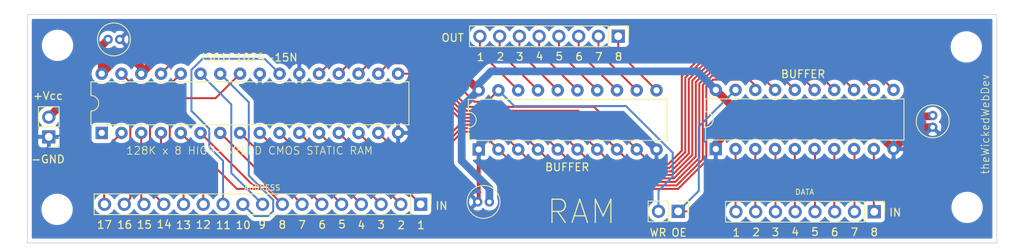
<source format=kicad_pcb>
(kicad_pcb (version 20171130) (host pcbnew "(5.1.9-0-10_14)")

  (general
    (thickness 1.6)
    (drawings 54)
    (tracks 243)
    (zones 0)
    (modules 15)
    (nets 47)
  )

  (page A4)
  (layers
    (0 F.Cu signal)
    (31 B.Cu signal)
    (32 B.Adhes user)
    (33 F.Adhes user)
    (34 B.Paste user)
    (35 F.Paste user)
    (36 B.SilkS user)
    (37 F.SilkS user)
    (38 B.Mask user)
    (39 F.Mask user)
    (40 Dwgs.User user)
    (41 Cmts.User user)
    (42 Eco1.User user)
    (43 Eco2.User user)
    (44 Edge.Cuts user)
    (45 Margin user)
    (46 B.CrtYd user)
    (47 F.CrtYd user)
    (48 B.Fab user)
    (49 F.Fab user)
  )

  (setup
    (last_trace_width 0.25)
    (trace_clearance 0.2)
    (zone_clearance 0.508)
    (zone_45_only no)
    (trace_min 0.2)
    (via_size 0.8)
    (via_drill 0.4)
    (via_min_size 0.4)
    (via_min_drill 0.3)
    (uvia_size 0.3)
    (uvia_drill 0.1)
    (uvias_allowed no)
    (uvia_min_size 0.2)
    (uvia_min_drill 0.1)
    (edge_width 0.1)
    (segment_width 0.2)
    (pcb_text_width 0.3)
    (pcb_text_size 1.5 1.5)
    (mod_edge_width 0.15)
    (mod_text_size 1 1)
    (mod_text_width 0.15)
    (pad_size 1.524 1.524)
    (pad_drill 0.762)
    (pad_to_mask_clearance 0)
    (aux_axis_origin 0 0)
    (visible_elements FFFFFF7F)
    (pcbplotparams
      (layerselection 0x010fc_ffffffff)
      (usegerberextensions false)
      (usegerberattributes true)
      (usegerberadvancedattributes true)
      (creategerberjobfile true)
      (excludeedgelayer true)
      (linewidth 0.100000)
      (plotframeref false)
      (viasonmask false)
      (mode 1)
      (useauxorigin false)
      (hpglpennumber 1)
      (hpglpenspeed 20)
      (hpglpendiameter 15.000000)
      (psnegative false)
      (psa4output false)
      (plotreference true)
      (plotvalue true)
      (plotinvisibletext false)
      (padsonsilk false)
      (subtractmaskfromsilk false)
      (outputformat 1)
      (mirror false)
      (drillshape 0)
      (scaleselection 1)
      (outputdirectory "gerber"))
  )

  (net 0 "")
  (net 1 GND)
  (net 2 +5V)
  (net 3 /A17)
  (net 4 /A16)
  (net 5 /A15)
  (net 6 /A14)
  (net 7 /A13)
  (net 8 /A12)
  (net 9 /A11)
  (net 10 /A10)
  (net 11 /A9)
  (net 12 /A8)
  (net 13 /A7)
  (net 14 /A6)
  (net 15 /A5)
  (net 16 /A4)
  (net 17 /A3)
  (net 18 /A2)
  (net 19 /A1)
  (net 20 /WRITE)
  (net 21 /OUT_EN)
  (net 22 "Net-(U14-Pad4)")
  (net 23 "Net-(U14-Pad3)")
  (net 24 "Net-(U14-Pad2)")
  (net 25 "Net-(U14-Pad9)")
  (net 26 "Net-(U14-Pad8)")
  (net 27 "Net-(U14-Pad7)")
  (net 28 "Net-(U14-Pad6)")
  (net 29 "Net-(U14-Pad5)")
  (net 30 "Net-(U6-Pad1)")
  (net 31 /IN1)
  (net 32 /IN2)
  (net 33 /IN3)
  (net 34 /IN4)
  (net 35 /IN5)
  (net 36 /IN6)
  (net 37 /IN7)
  (net 38 /IN8)
  (net 39 /RAM_OUT8)
  (net 40 /RAM_OUT7)
  (net 41 /RAM_OUT6)
  (net 42 /RAM_OUT5)
  (net 43 /RAM_OUT4)
  (net 44 /RAM_OUT3)
  (net 45 /RAM_OUT2)
  (net 46 /RAM_OUT1)

  (net_class Default "This is the default net class."
    (clearance 0.2)
    (trace_width 0.25)
    (via_dia 0.8)
    (via_drill 0.4)
    (uvia_dia 0.3)
    (uvia_drill 0.1)
    (add_net +5V)
    (add_net /A1)
    (add_net /A10)
    (add_net /A11)
    (add_net /A12)
    (add_net /A13)
    (add_net /A14)
    (add_net /A15)
    (add_net /A16)
    (add_net /A17)
    (add_net /A2)
    (add_net /A3)
    (add_net /A4)
    (add_net /A5)
    (add_net /A6)
    (add_net /A7)
    (add_net /A8)
    (add_net /A9)
    (add_net /IN1)
    (add_net /IN2)
    (add_net /IN3)
    (add_net /IN4)
    (add_net /IN5)
    (add_net /IN6)
    (add_net /IN7)
    (add_net /IN8)
    (add_net /OUT_EN)
    (add_net /RAM_OUT1)
    (add_net /RAM_OUT2)
    (add_net /RAM_OUT3)
    (add_net /RAM_OUT4)
    (add_net /RAM_OUT5)
    (add_net /RAM_OUT6)
    (add_net /RAM_OUT7)
    (add_net /RAM_OUT8)
    (add_net /WRITE)
    (add_net GND)
    (add_net "Net-(U14-Pad2)")
    (add_net "Net-(U14-Pad3)")
    (add_net "Net-(U14-Pad4)")
    (add_net "Net-(U14-Pad5)")
    (add_net "Net-(U14-Pad6)")
    (add_net "Net-(U14-Pad7)")
    (add_net "Net-(U14-Pad8)")
    (add_net "Net-(U14-Pad9)")
    (add_net "Net-(U6-Pad1)")
  )

  (module Connector_PinHeader_2.54mm:PinHeader_1x02_P2.54mm_Vertical (layer F.Cu) (tedit 59FED5CC) (tstamp 60817D65)
    (at 128.1684 77.4192 270)
    (descr "Through hole straight pin header, 1x02, 2.54mm pitch, single row")
    (tags "Through hole pin header THT 1x02 2.54mm single row")
    (path /608E48AC)
    (fp_text reference J4 (at 0 -2.33 90) (layer F.SilkS) hide
      (effects (font (size 1 1) (thickness 0.15)))
    )
    (fp_text value Conn_01x02 (at 0 4.87 90) (layer F.Fab)
      (effects (font (size 1 1) (thickness 0.15)))
    )
    (fp_text user %R (at 0 1.27) (layer F.Fab)
      (effects (font (size 1 1) (thickness 0.15)))
    )
    (fp_line (start -0.635 -1.27) (end 1.27 -1.27) (layer F.Fab) (width 0.1))
    (fp_line (start 1.27 -1.27) (end 1.27 3.81) (layer F.Fab) (width 0.1))
    (fp_line (start 1.27 3.81) (end -1.27 3.81) (layer F.Fab) (width 0.1))
    (fp_line (start -1.27 3.81) (end -1.27 -0.635) (layer F.Fab) (width 0.1))
    (fp_line (start -1.27 -0.635) (end -0.635 -1.27) (layer F.Fab) (width 0.1))
    (fp_line (start -1.33 3.87) (end 1.33 3.87) (layer F.SilkS) (width 0.12))
    (fp_line (start -1.33 1.27) (end -1.33 3.87) (layer F.SilkS) (width 0.12))
    (fp_line (start 1.33 1.27) (end 1.33 3.87) (layer F.SilkS) (width 0.12))
    (fp_line (start -1.33 1.27) (end 1.33 1.27) (layer F.SilkS) (width 0.12))
    (fp_line (start -1.33 0) (end -1.33 -1.33) (layer F.SilkS) (width 0.12))
    (fp_line (start -1.33 -1.33) (end 0 -1.33) (layer F.SilkS) (width 0.12))
    (fp_line (start -1.8 -1.8) (end -1.8 4.35) (layer F.CrtYd) (width 0.05))
    (fp_line (start -1.8 4.35) (end 1.8 4.35) (layer F.CrtYd) (width 0.05))
    (fp_line (start 1.8 4.35) (end 1.8 -1.8) (layer F.CrtYd) (width 0.05))
    (fp_line (start 1.8 -1.8) (end -1.8 -1.8) (layer F.CrtYd) (width 0.05))
    (pad 2 thru_hole oval (at 0 2.54 270) (size 1.7 1.7) (drill 1) (layers *.Cu *.Mask)
      (net 20 /WRITE))
    (pad 1 thru_hole rect (at 0 0 270) (size 1.7 1.7) (drill 1) (layers *.Cu *.Mask)
      (net 21 /OUT_EN))
    (model ${KISYS3DMOD}/Connector_PinHeader_2.54mm.3dshapes/PinHeader_1x02_P2.54mm_Vertical.wrl
      (at (xyz 0 0 0))
      (scale (xyz 1 1 1))
      (rotate (xyz 0 0 0))
    )
  )

  (module MountingHole:MountingHole_3mm (layer F.Cu) (tedit 56D1B4CB) (tstamp 608140B8)
    (at 48.3108 77.1652)
    (descr "Mounting Hole 3mm, no annular")
    (tags "mounting hole 3mm no annular")
    (attr virtual)
    (fp_text reference REF** (at 0 -4) (layer F.SilkS) hide
      (effects (font (size 1 1) (thickness 0.15)))
    )
    (fp_text value MountingHole_3mm (at 0 4) (layer F.Fab)
      (effects (font (size 1 1) (thickness 0.15)))
    )
    (fp_text user %R (at 0.3 0) (layer F.Fab)
      (effects (font (size 1 1) (thickness 0.15)))
    )
    (fp_circle (center 0 0) (end 3 0) (layer Cmts.User) (width 0.15))
    (fp_circle (center 0 0) (end 3.25 0) (layer F.CrtYd) (width 0.05))
    (pad 1 np_thru_hole circle (at 0 0) (size 3 3) (drill 3) (layers *.Cu *.Mask))
  )

  (module MountingHole:MountingHole_3mm (layer F.Cu) (tedit 56D1B4CB) (tstamp 608140B1)
    (at 48.3616 56.0324)
    (descr "Mounting Hole 3mm, no annular")
    (tags "mounting hole 3mm no annular")
    (attr virtual)
    (fp_text reference REF** (at 0 -4) (layer F.SilkS) hide
      (effects (font (size 1 1) (thickness 0.15)))
    )
    (fp_text value MountingHole_3mm (at 0 4) (layer F.Fab)
      (effects (font (size 1 1) (thickness 0.15)))
    )
    (fp_circle (center 0 0) (end 3.25 0) (layer F.CrtYd) (width 0.05))
    (fp_circle (center 0 0) (end 3 0) (layer Cmts.User) (width 0.15))
    (fp_text user %R (at 0.3 0) (layer F.Fab)
      (effects (font (size 1 1) (thickness 0.15)))
    )
    (pad 1 np_thru_hole circle (at 0 0) (size 3 3) (drill 3) (layers *.Cu *.Mask))
  )

  (module MountingHole:MountingHole_3mm (layer F.Cu) (tedit 56D1B4CB) (tstamp 60817111)
    (at 165.3032 76.9112)
    (descr "Mounting Hole 3mm, no annular")
    (tags "mounting hole 3mm no annular")
    (attr virtual)
    (fp_text reference REF** (at 0 -4) (layer F.SilkS) hide
      (effects (font (size 1 1) (thickness 0.15)))
    )
    (fp_text value MountingHole_3mm (at 0 4) (layer F.Fab)
      (effects (font (size 1 1) (thickness 0.15)))
    )
    (fp_circle (center 0 0) (end 3.25 0) (layer F.CrtYd) (width 0.05))
    (fp_circle (center 0 0) (end 3 0) (layer Cmts.User) (width 0.15))
    (fp_text user %R (at 0.3 0) (layer F.Fab)
      (effects (font (size 1 1) (thickness 0.15)))
    )
    (pad 1 np_thru_hole circle (at 0 0) (size 3 3) (drill 3) (layers *.Cu *.Mask))
  )

  (module MountingHole:MountingHole_3mm (layer F.Cu) (tedit 56D1B4CB) (tstamp 608172B2)
    (at 165.2016 56.2356)
    (descr "Mounting Hole 3mm, no annular")
    (tags "mounting hole 3mm no annular")
    (attr virtual)
    (fp_text reference REF** (at 0 -4) (layer F.SilkS) hide
      (effects (font (size 1 1) (thickness 0.15)))
    )
    (fp_text value MountingHole_3mm (at 0 4) (layer F.Fab)
      (effects (font (size 1 1) (thickness 0.15)))
    )
    (fp_text user %R (at 0.3 0) (layer F.Fab)
      (effects (font (size 1 1) (thickness 0.15)))
    )
    (fp_circle (center 0 0) (end 3 0) (layer Cmts.User) (width 0.15))
    (fp_circle (center 0 0) (end 3.25 0) (layer F.CrtYd) (width 0.05))
    (pad 1 np_thru_hole circle (at 0 0) (size 3 3) (drill 3) (layers *.Cu *.Mask))
  )

  (module Capacitor_THT:C_Radial_D4.0mm_H5.0mm_P1.50mm (layer F.Cu) (tedit 5BC5C9B9) (tstamp 6080D00A)
    (at 103.886 76.2 180)
    (descr "C, Radial series, Radial, pin pitch=1.50mm, diameter=4mm, height=5mm, Non-Polar Electrolytic Capacitor")
    (tags "C Radial series Radial pin pitch 1.50mm diameter 4mm height 5mm Non-Polar Electrolytic Capacitor")
    (path /6094D6C1)
    (fp_text reference C2 (at 0.75 -3.25) (layer F.SilkS) hide
      (effects (font (size 1 1) (thickness 0.15)))
    )
    (fp_text value CP1 (at 0.75 3.25) (layer F.Fab)
      (effects (font (size 1 1) (thickness 0.15)))
    )
    (fp_text user %R (at 0.75 0) (layer F.Fab)
      (effects (font (size 0.8 0.8) (thickness 0.12)))
    )
    (fp_circle (center 0.75 0) (end 2.75 0) (layer F.Fab) (width 0.1))
    (fp_circle (center 0.75 0) (end 2.87 0) (layer F.SilkS) (width 0.12))
    (fp_circle (center 0.75 0) (end 3 0) (layer F.CrtYd) (width 0.05))
    (pad 2 thru_hole circle (at 1.5 0 180) (size 1.2 1.2) (drill 0.6) (layers *.Cu *.Mask)
      (net 1 GND))
    (pad 1 thru_hole circle (at 0 0 180) (size 1.2 1.2) (drill 0.6) (layers *.Cu *.Mask)
      (net 2 +5V))
    (model ${KISYS3DMOD}/Capacitor_THT.3dshapes/C_Radial_D4.0mm_H5.0mm_P1.50mm.wrl
      (at (xyz 0 0 0))
      (scale (xyz 1 1 1))
      (rotate (xyz 0 0 0))
    )
  )

  (module Capacitor_THT:C_Radial_D4.0mm_H5.0mm_P1.50mm (layer F.Cu) (tedit 5BC5C9B9) (tstamp 6080CAED)
    (at 54.864 55.2704)
    (descr "C, Radial series, Radial, pin pitch=1.50mm, diameter=4mm, height=5mm, Non-Polar Electrolytic Capacitor")
    (tags "C Radial series Radial pin pitch 1.50mm diameter 4mm height 5mm Non-Polar Electrolytic Capacitor")
    (path /60925FC6)
    (fp_text reference C1 (at 0.75 -3.25) (layer F.SilkS) hide
      (effects (font (size 1 1) (thickness 0.15)))
    )
    (fp_text value CP1 (at 0.75 3.25) (layer F.Fab)
      (effects (font (size 1 1) (thickness 0.15)))
    )
    (fp_text user %R (at 0.75 0) (layer F.Fab)
      (effects (font (size 0.8 0.8) (thickness 0.12)))
    )
    (fp_circle (center 0.75 0) (end 2.75 0) (layer F.Fab) (width 0.1))
    (fp_circle (center 0.75 0) (end 2.87 0) (layer F.SilkS) (width 0.12))
    (fp_circle (center 0.75 0) (end 3 0) (layer F.CrtYd) (width 0.05))
    (pad 2 thru_hole circle (at 1.5 0) (size 1.2 1.2) (drill 0.6) (layers *.Cu *.Mask)
      (net 1 GND))
    (pad 1 thru_hole circle (at 0 0) (size 1.2 1.2) (drill 0.6) (layers *.Cu *.Mask)
      (net 2 +5V))
    (model ${KISYS3DMOD}/Capacitor_THT.3dshapes/C_Radial_D4.0mm_H5.0mm_P1.50mm.wrl
      (at (xyz 0 0 0))
      (scale (xyz 1 1 1))
      (rotate (xyz 0 0 0))
    )
  )

  (module Capacitor_THT:C_Radial_D4.0mm_H5.0mm_P1.50mm (layer F.Cu) (tedit 5BC5C9B9) (tstamp 608170F8)
    (at 160.8836 65.0748 270)
    (descr "C, Radial series, Radial, pin pitch=1.50mm, diameter=4mm, height=5mm, Non-Polar Electrolytic Capacitor")
    (tags "C Radial series Radial pin pitch 1.50mm diameter 4mm height 5mm Non-Polar Electrolytic Capacitor")
    (path /6093687E)
    (fp_text reference C3 (at 0.75 -3.25 90) (layer F.SilkS) hide
      (effects (font (size 1 1) (thickness 0.15)))
    )
    (fp_text value CP1 (at 0.75 3.25 90) (layer F.Fab)
      (effects (font (size 1 1) (thickness 0.15)))
    )
    (fp_text user %R (at 0.75 0 90) (layer F.Fab)
      (effects (font (size 0.8 0.8) (thickness 0.12)))
    )
    (fp_circle (center 0.75 0) (end 2.75 0) (layer F.Fab) (width 0.1))
    (fp_circle (center 0.75 0) (end 2.87 0) (layer F.SilkS) (width 0.12))
    (fp_circle (center 0.75 0) (end 3 0) (layer F.CrtYd) (width 0.05))
    (pad 2 thru_hole circle (at 1.5 0 270) (size 1.2 1.2) (drill 0.6) (layers *.Cu *.Mask)
      (net 1 GND))
    (pad 1 thru_hole circle (at 0 0 270) (size 1.2 1.2) (drill 0.6) (layers *.Cu *.Mask)
      (net 2 +5V))
    (model ${KISYS3DMOD}/Capacitor_THT.3dshapes/C_Radial_D4.0mm_H5.0mm_P1.50mm.wrl
      (at (xyz 0 0 0))
      (scale (xyz 1 1 1))
      (rotate (xyz 0 0 0))
    )
  )

  (module Connector_PinHeader_2.54mm:PinHeader_1x08_P2.54mm_Vertical (layer F.Cu) (tedit 59FED5CC) (tstamp 6081713A)
    (at 153.3652 77.47 270)
    (descr "Through hole straight pin header, 1x08, 2.54mm pitch, single row")
    (tags "Through hole pin header THT 1x08 2.54mm single row")
    (path /60836A0B)
    (fp_text reference J5 (at 0 -2.33 90) (layer F.SilkS) hide
      (effects (font (size 1 1) (thickness 0.15)))
    )
    (fp_text value Conn_01x08 (at 0 20.11 90) (layer F.Fab)
      (effects (font (size 1 1) (thickness 0.15)))
    )
    (fp_text user %R (at 0 8.89) (layer F.Fab)
      (effects (font (size 1 1) (thickness 0.15)))
    )
    (fp_line (start -0.635 -1.27) (end 1.27 -1.27) (layer F.Fab) (width 0.1))
    (fp_line (start 1.27 -1.27) (end 1.27 19.05) (layer F.Fab) (width 0.1))
    (fp_line (start 1.27 19.05) (end -1.27 19.05) (layer F.Fab) (width 0.1))
    (fp_line (start -1.27 19.05) (end -1.27 -0.635) (layer F.Fab) (width 0.1))
    (fp_line (start -1.27 -0.635) (end -0.635 -1.27) (layer F.Fab) (width 0.1))
    (fp_line (start -1.33 19.11) (end 1.33 19.11) (layer F.SilkS) (width 0.12))
    (fp_line (start -1.33 1.27) (end -1.33 19.11) (layer F.SilkS) (width 0.12))
    (fp_line (start 1.33 1.27) (end 1.33 19.11) (layer F.SilkS) (width 0.12))
    (fp_line (start -1.33 1.27) (end 1.33 1.27) (layer F.SilkS) (width 0.12))
    (fp_line (start -1.33 0) (end -1.33 -1.33) (layer F.SilkS) (width 0.12))
    (fp_line (start -1.33 -1.33) (end 0 -1.33) (layer F.SilkS) (width 0.12))
    (fp_line (start -1.8 -1.8) (end -1.8 19.55) (layer F.CrtYd) (width 0.05))
    (fp_line (start -1.8 19.55) (end 1.8 19.55) (layer F.CrtYd) (width 0.05))
    (fp_line (start 1.8 19.55) (end 1.8 -1.8) (layer F.CrtYd) (width 0.05))
    (fp_line (start 1.8 -1.8) (end -1.8 -1.8) (layer F.CrtYd) (width 0.05))
    (pad 8 thru_hole oval (at 0 17.78 270) (size 1.7 1.7) (drill 1) (layers *.Cu *.Mask)
      (net 46 /RAM_OUT1))
    (pad 7 thru_hole oval (at 0 15.24 270) (size 1.7 1.7) (drill 1) (layers *.Cu *.Mask)
      (net 45 /RAM_OUT2))
    (pad 6 thru_hole oval (at 0 12.7 270) (size 1.7 1.7) (drill 1) (layers *.Cu *.Mask)
      (net 44 /RAM_OUT3))
    (pad 5 thru_hole oval (at 0 10.16 270) (size 1.7 1.7) (drill 1) (layers *.Cu *.Mask)
      (net 43 /RAM_OUT4))
    (pad 4 thru_hole oval (at 0 7.62 270) (size 1.7 1.7) (drill 1) (layers *.Cu *.Mask)
      (net 42 /RAM_OUT5))
    (pad 3 thru_hole oval (at 0 5.08 270) (size 1.7 1.7) (drill 1) (layers *.Cu *.Mask)
      (net 41 /RAM_OUT6))
    (pad 2 thru_hole oval (at 0 2.54 270) (size 1.7 1.7) (drill 1) (layers *.Cu *.Mask)
      (net 40 /RAM_OUT7))
    (pad 1 thru_hole rect (at 0 0 270) (size 1.7 1.7) (drill 1) (layers *.Cu *.Mask)
      (net 39 /RAM_OUT8))
    (model ${KISYS3DMOD}/Connector_PinHeader_2.54mm.3dshapes/PinHeader_1x08_P2.54mm_Vertical.wrl
      (at (xyz 0 0 0))
      (scale (xyz 1 1 1))
      (rotate (xyz 0 0 0))
    )
  )

  (module Connector_PinHeader_2.54mm:PinHeader_1x08_P2.54mm_Vertical (layer F.Cu) (tedit 59FED5CC) (tstamp 6081718B)
    (at 120.4468 54.864 270)
    (descr "Through hole straight pin header, 1x08, 2.54mm pitch, single row")
    (tags "Through hole pin header THT 1x08 2.54mm single row")
    (path /608E0C1E)
    (fp_text reference J3 (at 0 -2.33 90) (layer F.SilkS) hide
      (effects (font (size 1 1) (thickness 0.15)))
    )
    (fp_text value Conn_01x08 (at 0 20.11 90) (layer F.Fab)
      (effects (font (size 1 1) (thickness 0.15)))
    )
    (fp_text user %R (at 0 8.89) (layer F.Fab)
      (effects (font (size 1 1) (thickness 0.15)))
    )
    (fp_line (start -0.635 -1.27) (end 1.27 -1.27) (layer F.Fab) (width 0.1))
    (fp_line (start 1.27 -1.27) (end 1.27 19.05) (layer F.Fab) (width 0.1))
    (fp_line (start 1.27 19.05) (end -1.27 19.05) (layer F.Fab) (width 0.1))
    (fp_line (start -1.27 19.05) (end -1.27 -0.635) (layer F.Fab) (width 0.1))
    (fp_line (start -1.27 -0.635) (end -0.635 -1.27) (layer F.Fab) (width 0.1))
    (fp_line (start -1.33 19.11) (end 1.33 19.11) (layer F.SilkS) (width 0.12))
    (fp_line (start -1.33 1.27) (end -1.33 19.11) (layer F.SilkS) (width 0.12))
    (fp_line (start 1.33 1.27) (end 1.33 19.11) (layer F.SilkS) (width 0.12))
    (fp_line (start -1.33 1.27) (end 1.33 1.27) (layer F.SilkS) (width 0.12))
    (fp_line (start -1.33 0) (end -1.33 -1.33) (layer F.SilkS) (width 0.12))
    (fp_line (start -1.33 -1.33) (end 0 -1.33) (layer F.SilkS) (width 0.12))
    (fp_line (start -1.8 -1.8) (end -1.8 19.55) (layer F.CrtYd) (width 0.05))
    (fp_line (start -1.8 19.55) (end 1.8 19.55) (layer F.CrtYd) (width 0.05))
    (fp_line (start 1.8 19.55) (end 1.8 -1.8) (layer F.CrtYd) (width 0.05))
    (fp_line (start 1.8 -1.8) (end -1.8 -1.8) (layer F.CrtYd) (width 0.05))
    (pad 8 thru_hole oval (at 0 17.78 270) (size 1.7 1.7) (drill 1) (layers *.Cu *.Mask)
      (net 31 /IN1))
    (pad 7 thru_hole oval (at 0 15.24 270) (size 1.7 1.7) (drill 1) (layers *.Cu *.Mask)
      (net 32 /IN2))
    (pad 6 thru_hole oval (at 0 12.7 270) (size 1.7 1.7) (drill 1) (layers *.Cu *.Mask)
      (net 33 /IN3))
    (pad 5 thru_hole oval (at 0 10.16 270) (size 1.7 1.7) (drill 1) (layers *.Cu *.Mask)
      (net 34 /IN4))
    (pad 4 thru_hole oval (at 0 7.62 270) (size 1.7 1.7) (drill 1) (layers *.Cu *.Mask)
      (net 35 /IN5))
    (pad 3 thru_hole oval (at 0 5.08 270) (size 1.7 1.7) (drill 1) (layers *.Cu *.Mask)
      (net 36 /IN6))
    (pad 2 thru_hole oval (at 0 2.54 270) (size 1.7 1.7) (drill 1) (layers *.Cu *.Mask)
      (net 37 /IN7))
    (pad 1 thru_hole rect (at 0 0 270) (size 1.7 1.7) (drill 1) (layers *.Cu *.Mask)
      (net 38 /IN8))
    (model ${KISYS3DMOD}/Connector_PinHeader_2.54mm.3dshapes/PinHeader_1x08_P2.54mm_Vertical.wrl
      (at (xyz 0 0 0))
      (scale (xyz 1 1 1))
      (rotate (xyz 0 0 0))
    )
  )

  (module Package_DIP:DIP-20_W7.62mm (layer F.Cu) (tedit 5A02E8C5) (tstamp 6081725D)
    (at 132.9944 69.3928 90)
    (descr "20-lead though-hole mounted DIP package, row spacing 7.62 mm (300 mils)")
    (tags "THT DIP DIL PDIP 2.54mm 7.62mm 300mil")
    (path /6143A9FD)
    (fp_text reference U15 (at 3.81 -2.33 90) (layer F.SilkS) hide
      (effects (font (size 1 1) (thickness 0.15)))
    )
    (fp_text value 74LS245 (at 3.81 25.19 90) (layer F.Fab)
      (effects (font (size 1 1) (thickness 0.15)))
    )
    (fp_text user %R (at 3.81 11.43 90) (layer F.Fab)
      (effects (font (size 1 1) (thickness 0.15)))
    )
    (fp_arc (start 3.81 -1.33) (end 2.81 -1.33) (angle -180) (layer F.SilkS) (width 0.12))
    (fp_line (start 1.635 -1.27) (end 6.985 -1.27) (layer F.Fab) (width 0.1))
    (fp_line (start 6.985 -1.27) (end 6.985 24.13) (layer F.Fab) (width 0.1))
    (fp_line (start 6.985 24.13) (end 0.635 24.13) (layer F.Fab) (width 0.1))
    (fp_line (start 0.635 24.13) (end 0.635 -0.27) (layer F.Fab) (width 0.1))
    (fp_line (start 0.635 -0.27) (end 1.635 -1.27) (layer F.Fab) (width 0.1))
    (fp_line (start 2.81 -1.33) (end 1.16 -1.33) (layer F.SilkS) (width 0.12))
    (fp_line (start 1.16 -1.33) (end 1.16 24.19) (layer F.SilkS) (width 0.12))
    (fp_line (start 1.16 24.19) (end 6.46 24.19) (layer F.SilkS) (width 0.12))
    (fp_line (start 6.46 24.19) (end 6.46 -1.33) (layer F.SilkS) (width 0.12))
    (fp_line (start 6.46 -1.33) (end 4.81 -1.33) (layer F.SilkS) (width 0.12))
    (fp_line (start -1.1 -1.55) (end -1.1 24.4) (layer F.CrtYd) (width 0.05))
    (fp_line (start -1.1 24.4) (end 8.7 24.4) (layer F.CrtYd) (width 0.05))
    (fp_line (start 8.7 24.4) (end 8.7 -1.55) (layer F.CrtYd) (width 0.05))
    (fp_line (start 8.7 -1.55) (end -1.1 -1.55) (layer F.CrtYd) (width 0.05))
    (pad 20 thru_hole oval (at 7.62 0 90) (size 1.6 1.6) (drill 0.8) (layers *.Cu *.Mask)
      (net 2 +5V))
    (pad 10 thru_hole oval (at 0 22.86 90) (size 1.6 1.6) (drill 0.8) (layers *.Cu *.Mask)
      (net 1 GND))
    (pad 19 thru_hole oval (at 7.62 2.54 90) (size 1.6 1.6) (drill 0.8) (layers *.Cu *.Mask)
      (net 21 /OUT_EN))
    (pad 9 thru_hole oval (at 0 20.32 90) (size 1.6 1.6) (drill 0.8) (layers *.Cu *.Mask)
      (net 39 /RAM_OUT8))
    (pad 18 thru_hole oval (at 7.62 5.08 90) (size 1.6 1.6) (drill 0.8) (layers *.Cu *.Mask)
      (net 24 "Net-(U14-Pad2)"))
    (pad 8 thru_hole oval (at 0 17.78 90) (size 1.6 1.6) (drill 0.8) (layers *.Cu *.Mask)
      (net 40 /RAM_OUT7))
    (pad 17 thru_hole oval (at 7.62 7.62 90) (size 1.6 1.6) (drill 0.8) (layers *.Cu *.Mask)
      (net 23 "Net-(U14-Pad3)"))
    (pad 7 thru_hole oval (at 0 15.24 90) (size 1.6 1.6) (drill 0.8) (layers *.Cu *.Mask)
      (net 41 /RAM_OUT6))
    (pad 16 thru_hole oval (at 7.62 10.16 90) (size 1.6 1.6) (drill 0.8) (layers *.Cu *.Mask)
      (net 22 "Net-(U14-Pad4)"))
    (pad 6 thru_hole oval (at 0 12.7 90) (size 1.6 1.6) (drill 0.8) (layers *.Cu *.Mask)
      (net 42 /RAM_OUT5))
    (pad 15 thru_hole oval (at 7.62 12.7 90) (size 1.6 1.6) (drill 0.8) (layers *.Cu *.Mask)
      (net 29 "Net-(U14-Pad5)"))
    (pad 5 thru_hole oval (at 0 10.16 90) (size 1.6 1.6) (drill 0.8) (layers *.Cu *.Mask)
      (net 43 /RAM_OUT4))
    (pad 14 thru_hole oval (at 7.62 15.24 90) (size 1.6 1.6) (drill 0.8) (layers *.Cu *.Mask)
      (net 28 "Net-(U14-Pad6)"))
    (pad 4 thru_hole oval (at 0 7.62 90) (size 1.6 1.6) (drill 0.8) (layers *.Cu *.Mask)
      (net 44 /RAM_OUT3))
    (pad 13 thru_hole oval (at 7.62 17.78 90) (size 1.6 1.6) (drill 0.8) (layers *.Cu *.Mask)
      (net 27 "Net-(U14-Pad7)"))
    (pad 3 thru_hole oval (at 0 5.08 90) (size 1.6 1.6) (drill 0.8) (layers *.Cu *.Mask)
      (net 45 /RAM_OUT2))
    (pad 12 thru_hole oval (at 7.62 20.32 90) (size 1.6 1.6) (drill 0.8) (layers *.Cu *.Mask)
      (net 26 "Net-(U14-Pad8)"))
    (pad 2 thru_hole oval (at 0 2.54 90) (size 1.6 1.6) (drill 0.8) (layers *.Cu *.Mask)
      (net 46 /RAM_OUT1))
    (pad 11 thru_hole oval (at 7.62 22.86 90) (size 1.6 1.6) (drill 0.8) (layers *.Cu *.Mask)
      (net 25 "Net-(U14-Pad9)"))
    (pad 1 thru_hole rect (at 0 0 90) (size 1.6 1.6) (drill 0.8) (layers *.Cu *.Mask)
      (net 1 GND))
    (model ${KISYS3DMOD}/Package_DIP.3dshapes/DIP-20_W7.62mm.wrl
      (at (xyz 0 0 0))
      (scale (xyz 1 1 1))
      (rotate (xyz 0 0 0))
    )
  )

  (module Package_DIP:DIP-20_W7.62mm (layer F.Cu) (tedit 5A02E8C5) (tstamp 608171E8)
    (at 102.5144 69.4436 90)
    (descr "20-lead though-hole mounted DIP package, row spacing 7.62 mm (300 mils)")
    (tags "THT DIP DIL PDIP 2.54mm 7.62mm 300mil")
    (path /61430E4C)
    (fp_text reference U14 (at 3.81 -2.33 90) (layer F.SilkS) hide
      (effects (font (size 1 1) (thickness 0.15)))
    )
    (fp_text value 74LS245 (at 3.81 25.19 90) (layer F.Fab)
      (effects (font (size 1 1) (thickness 0.15)))
    )
    (fp_text user %R (at 3.81 11.43 90) (layer F.Fab)
      (effects (font (size 1 1) (thickness 0.15)))
    )
    (fp_arc (start 3.81 -1.33) (end 2.81 -1.33) (angle -180) (layer F.SilkS) (width 0.12))
    (fp_line (start 1.635 -1.27) (end 6.985 -1.27) (layer F.Fab) (width 0.1))
    (fp_line (start 6.985 -1.27) (end 6.985 24.13) (layer F.Fab) (width 0.1))
    (fp_line (start 6.985 24.13) (end 0.635 24.13) (layer F.Fab) (width 0.1))
    (fp_line (start 0.635 24.13) (end 0.635 -0.27) (layer F.Fab) (width 0.1))
    (fp_line (start 0.635 -0.27) (end 1.635 -1.27) (layer F.Fab) (width 0.1))
    (fp_line (start 2.81 -1.33) (end 1.16 -1.33) (layer F.SilkS) (width 0.12))
    (fp_line (start 1.16 -1.33) (end 1.16 24.19) (layer F.SilkS) (width 0.12))
    (fp_line (start 1.16 24.19) (end 6.46 24.19) (layer F.SilkS) (width 0.12))
    (fp_line (start 6.46 24.19) (end 6.46 -1.33) (layer F.SilkS) (width 0.12))
    (fp_line (start 6.46 -1.33) (end 4.81 -1.33) (layer F.SilkS) (width 0.12))
    (fp_line (start -1.1 -1.55) (end -1.1 24.4) (layer F.CrtYd) (width 0.05))
    (fp_line (start -1.1 24.4) (end 8.7 24.4) (layer F.CrtYd) (width 0.05))
    (fp_line (start 8.7 24.4) (end 8.7 -1.55) (layer F.CrtYd) (width 0.05))
    (fp_line (start 8.7 -1.55) (end -1.1 -1.55) (layer F.CrtYd) (width 0.05))
    (pad 20 thru_hole oval (at 7.62 0 90) (size 1.6 1.6) (drill 0.8) (layers *.Cu *.Mask)
      (net 2 +5V))
    (pad 10 thru_hole oval (at 0 22.86 90) (size 1.6 1.6) (drill 0.8) (layers *.Cu *.Mask)
      (net 1 GND))
    (pad 19 thru_hole oval (at 7.62 2.54 90) (size 1.6 1.6) (drill 0.8) (layers *.Cu *.Mask)
      (net 20 /WRITE))
    (pad 9 thru_hole oval (at 0 20.32 90) (size 1.6 1.6) (drill 0.8) (layers *.Cu *.Mask)
      (net 25 "Net-(U14-Pad9)"))
    (pad 18 thru_hole oval (at 7.62 5.08 90) (size 1.6 1.6) (drill 0.8) (layers *.Cu *.Mask)
      (net 31 /IN1))
    (pad 8 thru_hole oval (at 0 17.78 90) (size 1.6 1.6) (drill 0.8) (layers *.Cu *.Mask)
      (net 26 "Net-(U14-Pad8)"))
    (pad 17 thru_hole oval (at 7.62 7.62 90) (size 1.6 1.6) (drill 0.8) (layers *.Cu *.Mask)
      (net 32 /IN2))
    (pad 7 thru_hole oval (at 0 15.24 90) (size 1.6 1.6) (drill 0.8) (layers *.Cu *.Mask)
      (net 27 "Net-(U14-Pad7)"))
    (pad 16 thru_hole oval (at 7.62 10.16 90) (size 1.6 1.6) (drill 0.8) (layers *.Cu *.Mask)
      (net 33 /IN3))
    (pad 6 thru_hole oval (at 0 12.7 90) (size 1.6 1.6) (drill 0.8) (layers *.Cu *.Mask)
      (net 28 "Net-(U14-Pad6)"))
    (pad 15 thru_hole oval (at 7.62 12.7 90) (size 1.6 1.6) (drill 0.8) (layers *.Cu *.Mask)
      (net 34 /IN4))
    (pad 5 thru_hole oval (at 0 10.16 90) (size 1.6 1.6) (drill 0.8) (layers *.Cu *.Mask)
      (net 29 "Net-(U14-Pad5)"))
    (pad 14 thru_hole oval (at 7.62 15.24 90) (size 1.6 1.6) (drill 0.8) (layers *.Cu *.Mask)
      (net 35 /IN5))
    (pad 4 thru_hole oval (at 0 7.62 90) (size 1.6 1.6) (drill 0.8) (layers *.Cu *.Mask)
      (net 22 "Net-(U14-Pad4)"))
    (pad 13 thru_hole oval (at 7.62 17.78 90) (size 1.6 1.6) (drill 0.8) (layers *.Cu *.Mask)
      (net 36 /IN6))
    (pad 3 thru_hole oval (at 0 5.08 90) (size 1.6 1.6) (drill 0.8) (layers *.Cu *.Mask)
      (net 23 "Net-(U14-Pad3)"))
    (pad 12 thru_hole oval (at 7.62 20.32 90) (size 1.6 1.6) (drill 0.8) (layers *.Cu *.Mask)
      (net 37 /IN7))
    (pad 2 thru_hole oval (at 0 2.54 90) (size 1.6 1.6) (drill 0.8) (layers *.Cu *.Mask)
      (net 24 "Net-(U14-Pad2)"))
    (pad 11 thru_hole oval (at 7.62 22.86 90) (size 1.6 1.6) (drill 0.8) (layers *.Cu *.Mask)
      (net 38 /IN8))
    (pad 1 thru_hole rect (at 0 0 90) (size 1.6 1.6) (drill 0.8) (layers *.Cu *.Mask)
      (net 1 GND))
    (model ${KISYS3DMOD}/Package_DIP.3dshapes/DIP-20_W7.62mm.wrl
      (at (xyz 0 0 0))
      (scale (xyz 1 1 1))
      (rotate (xyz 0 0 0))
    )
  )

  (module Package_DIP:DIP-32_W7.62mm (layer F.Cu) (tedit 5A02E8C5) (tstamp 6080BE0D)
    (at 54.0512 67.31 90)
    (descr "32-lead dip package, row spacing 7.62 mm (300 mils)")
    (tags "DIL DIP PDIP 2.54mm 7.62mm 300mil")
    (path /6078436E)
    (fp_text reference U6 (at 3.81 -2.39 90) (layer F.SilkS) hide
      (effects (font (size 1 1) (thickness 0.15)))
    )
    (fp_text value IS61C1024-15N (at 3.81 40.49 90) (layer F.Fab)
      (effects (font (size 1 1) (thickness 0.15)))
    )
    (fp_arc (start 3.81 -1.39) (end 2.81 -1.39) (angle -180) (layer F.SilkS) (width 0.12))
    (fp_text user %R (at 3.81 19.05 90) (layer F.Fab)
      (effects (font (size 1 1) (thickness 0.15)))
    )
    (fp_line (start 1.255 -1.27) (end 7.365 -1.27) (layer F.Fab) (width 0.1))
    (fp_line (start 7.365 -1.27) (end 7.365 39.37) (layer F.Fab) (width 0.1))
    (fp_line (start 7.365 39.37) (end 0.255 39.37) (layer F.Fab) (width 0.1))
    (fp_line (start 0.255 39.37) (end 0.255 -0.27) (layer F.Fab) (width 0.1))
    (fp_line (start 0.255 -0.27) (end 1.255 -1.27) (layer F.Fab) (width 0.1))
    (fp_line (start 2.81 -1.39) (end 1.04 -1.39) (layer F.SilkS) (width 0.12))
    (fp_line (start 1.04 -1.39) (end 1.04 39.49) (layer F.SilkS) (width 0.12))
    (fp_line (start 1.04 39.49) (end 6.58 39.49) (layer F.SilkS) (width 0.12))
    (fp_line (start 6.58 39.49) (end 6.58 -1.39) (layer F.SilkS) (width 0.12))
    (fp_line (start 6.58 -1.39) (end 4.81 -1.39) (layer F.SilkS) (width 0.12))
    (fp_line (start -1.1 -1.6) (end -1.1 39.7) (layer F.CrtYd) (width 0.05))
    (fp_line (start -1.1 39.7) (end 8.68 39.7) (layer F.CrtYd) (width 0.05))
    (fp_line (start 8.68 39.7) (end 8.68 -1.6) (layer F.CrtYd) (width 0.05))
    (fp_line (start 8.68 -1.6) (end -1.1 -1.6) (layer F.CrtYd) (width 0.05))
    (pad 32 thru_hole oval (at 7.62 0 90) (size 1.6 1.6) (drill 0.8) (layers *.Cu *.Mask)
      (net 2 +5V))
    (pad 16 thru_hole oval (at 0 38.1 90) (size 1.6 1.6) (drill 0.8) (layers *.Cu *.Mask)
      (net 1 GND))
    (pad 31 thru_hole oval (at 7.62 2.54 90) (size 1.6 1.6) (drill 0.8) (layers *.Cu *.Mask)
      (net 4 /A16))
    (pad 15 thru_hole oval (at 0 35.56 90) (size 1.6 1.6) (drill 0.8) (layers *.Cu *.Mask)
      (net 22 "Net-(U14-Pad4)"))
    (pad 30 thru_hole oval (at 7.62 5.08 90) (size 1.6 1.6) (drill 0.8) (layers *.Cu *.Mask)
      (net 2 +5V))
    (pad 14 thru_hole oval (at 0 33.02 90) (size 1.6 1.6) (drill 0.8) (layers *.Cu *.Mask)
      (net 23 "Net-(U14-Pad3)"))
    (pad 29 thru_hole oval (at 7.62 7.62 90) (size 1.6 1.6) (drill 0.8) (layers *.Cu *.Mask)
      (net 20 /WRITE))
    (pad 13 thru_hole oval (at 0 30.48 90) (size 1.6 1.6) (drill 0.8) (layers *.Cu *.Mask)
      (net 24 "Net-(U14-Pad2)"))
    (pad 28 thru_hole oval (at 7.62 10.16 90) (size 1.6 1.6) (drill 0.8) (layers *.Cu *.Mask)
      (net 6 /A14))
    (pad 12 thru_hole oval (at 0 27.94 90) (size 1.6 1.6) (drill 0.8) (layers *.Cu *.Mask)
      (net 19 /A1))
    (pad 27 thru_hole oval (at 7.62 12.7 90) (size 1.6 1.6) (drill 0.8) (layers *.Cu *.Mask)
      (net 11 /A9))
    (pad 11 thru_hole oval (at 0 25.4 90) (size 1.6 1.6) (drill 0.8) (layers *.Cu *.Mask)
      (net 18 /A2))
    (pad 26 thru_hole oval (at 7.62 15.24 90) (size 1.6 1.6) (drill 0.8) (layers *.Cu *.Mask)
      (net 10 /A10))
    (pad 10 thru_hole oval (at 0 22.86 90) (size 1.6 1.6) (drill 0.8) (layers *.Cu *.Mask)
      (net 17 /A3))
    (pad 25 thru_hole oval (at 7.62 17.78 90) (size 1.6 1.6) (drill 0.8) (layers *.Cu *.Mask)
      (net 8 /A12))
    (pad 9 thru_hole oval (at 0 20.32 90) (size 1.6 1.6) (drill 0.8) (layers *.Cu *.Mask)
      (net 16 /A4))
    (pad 24 thru_hole oval (at 7.62 20.32 90) (size 1.6 1.6) (drill 0.8) (layers *.Cu *.Mask)
      (net 1 GND))
    (pad 8 thru_hole oval (at 0 17.78 90) (size 1.6 1.6) (drill 0.8) (layers *.Cu *.Mask)
      (net 15 /A5))
    (pad 23 thru_hole oval (at 7.62 22.86 90) (size 1.6 1.6) (drill 0.8) (layers *.Cu *.Mask)
      (net 9 /A11))
    (pad 7 thru_hole oval (at 0 15.24 90) (size 1.6 1.6) (drill 0.8) (layers *.Cu *.Mask)
      (net 14 /A6))
    (pad 22 thru_hole oval (at 7.62 25.4 90) (size 1.6 1.6) (drill 0.8) (layers *.Cu *.Mask)
      (net 1 GND))
    (pad 6 thru_hole oval (at 0 12.7 90) (size 1.6 1.6) (drill 0.8) (layers *.Cu *.Mask)
      (net 13 /A7))
    (pad 21 thru_hole oval (at 7.62 27.94 90) (size 1.6 1.6) (drill 0.8) (layers *.Cu *.Mask)
      (net 25 "Net-(U14-Pad9)"))
    (pad 5 thru_hole oval (at 0 10.16 90) (size 1.6 1.6) (drill 0.8) (layers *.Cu *.Mask)
      (net 12 /A8))
    (pad 20 thru_hole oval (at 7.62 30.48 90) (size 1.6 1.6) (drill 0.8) (layers *.Cu *.Mask)
      (net 26 "Net-(U14-Pad8)"))
    (pad 4 thru_hole oval (at 0 7.62 90) (size 1.6 1.6) (drill 0.8) (layers *.Cu *.Mask)
      (net 7 /A13))
    (pad 19 thru_hole oval (at 7.62 33.02 90) (size 1.6 1.6) (drill 0.8) (layers *.Cu *.Mask)
      (net 27 "Net-(U14-Pad7)"))
    (pad 3 thru_hole oval (at 0 5.08 90) (size 1.6 1.6) (drill 0.8) (layers *.Cu *.Mask)
      (net 5 /A15))
    (pad 18 thru_hole oval (at 7.62 35.56 90) (size 1.6 1.6) (drill 0.8) (layers *.Cu *.Mask)
      (net 28 "Net-(U14-Pad6)"))
    (pad 2 thru_hole oval (at 0 2.54 90) (size 1.6 1.6) (drill 0.8) (layers *.Cu *.Mask)
      (net 3 /A17))
    (pad 17 thru_hole oval (at 7.62 38.1 90) (size 1.6 1.6) (drill 0.8) (layers *.Cu *.Mask)
      (net 29 "Net-(U14-Pad5)"))
    (pad 1 thru_hole rect (at 0 0 90) (size 1.6 1.6) (drill 0.8) (layers *.Cu *.Mask)
      (net 30 "Net-(U6-Pad1)"))
    (model ${KISYS3DMOD}/Package_DIP.3dshapes/DIP-32_W7.62mm.wrl
      (at (xyz 0 0 0))
      (scale (xyz 1 1 1))
      (rotate (xyz 0 0 0))
    )
  )

  (module Connector_PinHeader_2.54mm:PinHeader_1x17_P2.54mm_Vertical (layer F.Cu) (tedit 59FED5CC) (tstamp 6080BDC2)
    (at 95.0468 76.5048 270)
    (descr "Through hole straight pin header, 1x17, 2.54mm pitch, single row")
    (tags "Through hole pin header THT 1x17 2.54mm single row")
    (path /608E2077)
    (fp_text reference J2 (at 0 -2.33 90) (layer F.SilkS) hide
      (effects (font (size 1 1) (thickness 0.15)))
    )
    (fp_text value Conn_01x017 (at 0 42.97 90) (layer F.Fab)
      (effects (font (size 1 1) (thickness 0.15)))
    )
    (fp_text user %R (at 0 20.32) (layer F.Fab)
      (effects (font (size 1 1) (thickness 0.15)))
    )
    (fp_line (start -0.635 -1.27) (end 1.27 -1.27) (layer F.Fab) (width 0.1))
    (fp_line (start 1.27 -1.27) (end 1.27 41.91) (layer F.Fab) (width 0.1))
    (fp_line (start 1.27 41.91) (end -1.27 41.91) (layer F.Fab) (width 0.1))
    (fp_line (start -1.27 41.91) (end -1.27 -0.635) (layer F.Fab) (width 0.1))
    (fp_line (start -1.27 -0.635) (end -0.635 -1.27) (layer F.Fab) (width 0.1))
    (fp_line (start -1.33 41.97) (end 1.33 41.97) (layer F.SilkS) (width 0.12))
    (fp_line (start -1.33 1.27) (end -1.33 41.97) (layer F.SilkS) (width 0.12))
    (fp_line (start 1.33 1.27) (end 1.33 41.97) (layer F.SilkS) (width 0.12))
    (fp_line (start -1.33 1.27) (end 1.33 1.27) (layer F.SilkS) (width 0.12))
    (fp_line (start -1.33 0) (end -1.33 -1.33) (layer F.SilkS) (width 0.12))
    (fp_line (start -1.33 -1.33) (end 0 -1.33) (layer F.SilkS) (width 0.12))
    (fp_line (start -1.8 -1.8) (end -1.8 42.45) (layer F.CrtYd) (width 0.05))
    (fp_line (start -1.8 42.45) (end 1.8 42.45) (layer F.CrtYd) (width 0.05))
    (fp_line (start 1.8 42.45) (end 1.8 -1.8) (layer F.CrtYd) (width 0.05))
    (fp_line (start 1.8 -1.8) (end -1.8 -1.8) (layer F.CrtYd) (width 0.05))
    (pad 17 thru_hole oval (at 0 40.64 270) (size 1.7 1.7) (drill 1) (layers *.Cu *.Mask)
      (net 3 /A17))
    (pad 16 thru_hole oval (at 0 38.1 270) (size 1.7 1.7) (drill 1) (layers *.Cu *.Mask)
      (net 4 /A16))
    (pad 15 thru_hole oval (at 0 35.56 270) (size 1.7 1.7) (drill 1) (layers *.Cu *.Mask)
      (net 5 /A15))
    (pad 14 thru_hole oval (at 0 33.02 270) (size 1.7 1.7) (drill 1) (layers *.Cu *.Mask)
      (net 6 /A14))
    (pad 13 thru_hole oval (at 0 30.48 270) (size 1.7 1.7) (drill 1) (layers *.Cu *.Mask)
      (net 7 /A13))
    (pad 12 thru_hole oval (at 0 27.94 270) (size 1.7 1.7) (drill 1) (layers *.Cu *.Mask)
      (net 8 /A12))
    (pad 11 thru_hole oval (at 0 25.4 270) (size 1.7 1.7) (drill 1) (layers *.Cu *.Mask)
      (net 9 /A11))
    (pad 10 thru_hole oval (at 0 22.86 270) (size 1.7 1.7) (drill 1) (layers *.Cu *.Mask)
      (net 10 /A10))
    (pad 9 thru_hole oval (at 0 20.32 270) (size 1.7 1.7) (drill 1) (layers *.Cu *.Mask)
      (net 11 /A9))
    (pad 8 thru_hole oval (at 0 17.78 270) (size 1.7 1.7) (drill 1) (layers *.Cu *.Mask)
      (net 12 /A8))
    (pad 7 thru_hole oval (at 0 15.24 270) (size 1.7 1.7) (drill 1) (layers *.Cu *.Mask)
      (net 13 /A7))
    (pad 6 thru_hole oval (at 0 12.7 270) (size 1.7 1.7) (drill 1) (layers *.Cu *.Mask)
      (net 14 /A6))
    (pad 5 thru_hole oval (at 0 10.16 270) (size 1.7 1.7) (drill 1) (layers *.Cu *.Mask)
      (net 15 /A5))
    (pad 4 thru_hole oval (at 0 7.62 270) (size 1.7 1.7) (drill 1) (layers *.Cu *.Mask)
      (net 16 /A4))
    (pad 3 thru_hole oval (at 0 5.08 270) (size 1.7 1.7) (drill 1) (layers *.Cu *.Mask)
      (net 17 /A3))
    (pad 2 thru_hole oval (at 0 2.54 270) (size 1.7 1.7) (drill 1) (layers *.Cu *.Mask)
      (net 18 /A2))
    (pad 1 thru_hole rect (at 0 0 270) (size 1.7 1.7) (drill 1) (layers *.Cu *.Mask)
      (net 19 /A1))
    (model ${KISYS3DMOD}/Connector_PinHeader_2.54mm.3dshapes/PinHeader_1x17_P2.54mm_Vertical.wrl
      (at (xyz 0 0 0))
      (scale (xyz 1 1 1))
      (rotate (xyz 0 0 0))
    )
  )

  (module Connector_PinHeader_2.54mm:PinHeader_1x02_P2.54mm_Vertical (layer F.Cu) (tedit 59FED5CC) (tstamp 6080BD9D)
    (at 47.244 67.818 180)
    (descr "Through hole straight pin header, 1x02, 2.54mm pitch, single row")
    (tags "Through hole pin header THT 1x02 2.54mm single row")
    (path /60911489)
    (fp_text reference J1 (at 0 -2.33) (layer F.SilkS) hide
      (effects (font (size 1 1) (thickness 0.15)))
    )
    (fp_text value Conn_01x02 (at 0 4.87) (layer F.Fab)
      (effects (font (size 1 1) (thickness 0.15)))
    )
    (fp_text user %R (at 0 1.27 90) (layer F.Fab)
      (effects (font (size 1 1) (thickness 0.15)))
    )
    (fp_line (start -0.635 -1.27) (end 1.27 -1.27) (layer F.Fab) (width 0.1))
    (fp_line (start 1.27 -1.27) (end 1.27 3.81) (layer F.Fab) (width 0.1))
    (fp_line (start 1.27 3.81) (end -1.27 3.81) (layer F.Fab) (width 0.1))
    (fp_line (start -1.27 3.81) (end -1.27 -0.635) (layer F.Fab) (width 0.1))
    (fp_line (start -1.27 -0.635) (end -0.635 -1.27) (layer F.Fab) (width 0.1))
    (fp_line (start -1.33 3.87) (end 1.33 3.87) (layer F.SilkS) (width 0.12))
    (fp_line (start -1.33 1.27) (end -1.33 3.87) (layer F.SilkS) (width 0.12))
    (fp_line (start 1.33 1.27) (end 1.33 3.87) (layer F.SilkS) (width 0.12))
    (fp_line (start -1.33 1.27) (end 1.33 1.27) (layer F.SilkS) (width 0.12))
    (fp_line (start -1.33 0) (end -1.33 -1.33) (layer F.SilkS) (width 0.12))
    (fp_line (start -1.33 -1.33) (end 0 -1.33) (layer F.SilkS) (width 0.12))
    (fp_line (start -1.8 -1.8) (end -1.8 4.35) (layer F.CrtYd) (width 0.05))
    (fp_line (start -1.8 4.35) (end 1.8 4.35) (layer F.CrtYd) (width 0.05))
    (fp_line (start 1.8 4.35) (end 1.8 -1.8) (layer F.CrtYd) (width 0.05))
    (fp_line (start 1.8 -1.8) (end -1.8 -1.8) (layer F.CrtYd) (width 0.05))
    (pad 2 thru_hole oval (at 0 2.54 180) (size 1.7 1.7) (drill 1) (layers *.Cu *.Mask)
      (net 2 +5V))
    (pad 1 thru_hole rect (at 0 0 180) (size 1.7 1.7) (drill 1) (layers *.Cu *.Mask)
      (net 1 GND))
    (model ${KISYS3DMOD}/Connector_PinHeader_2.54mm.3dshapes/PinHeader_1x02_P2.54mm_Vertical.wrl
      (at (xyz 0 0 0))
      (scale (xyz 1 1 1))
      (rotate (xyz 0 0 0))
    )
  )

  (gr_text +Vcc (at 47.1424 62.5348) (layer F.SilkS) (tstamp 60817F58)
    (effects (font (size 1 1) (thickness 0.15)))
  )
  (gr_text -GND (at 47.1424 70.7136) (layer F.SilkS) (tstamp 60817F52)
    (effects (font (size 1 1) (thickness 0.15)))
  )
  (gr_text ADDRESS (at 74.676 74.3712) (layer F.SilkS) (tstamp 60815BC3)
    (effects (font (size 0.7 0.7) (thickness 0.1)))
  )
  (gr_text DATA (at 144.4244 74.93) (layer F.SilkS) (tstamp 60817336)
    (effects (font (size 0.7 0.7) (thickness 0.1)))
  )
  (gr_text theWickedWebDev (at 167.64 66.1924 90) (layer F.SilkS) (tstamp 60817342)
    (effects (font (size 1 1) (thickness 0.1)))
  )
  (gr_text IN (at 156.0576 77.5716) (layer F.SilkS) (tstamp 6081733C)
    (effects (font (size 1 1) (thickness 0.15)))
  )
  (gr_text IN (at 97.7392 76.708) (layer F.SilkS) (tstamp 60815660)
    (effects (font (size 1 1) (thickness 0.15)))
  )
  (gr_text OUT (at 99.1616 55.0672) (layer F.SilkS) (tstamp 60817312)
    (effects (font (size 1 1) (thickness 0.15)))
  )
  (gr_text 17 (at 54.4068 79.1464) (layer F.SilkS) (tstamp 6081548A)
    (effects (font (size 1 1) (thickness 0.15)))
  )
  (gr_text 15 (at 59.5376 79.1464) (layer F.SilkS) (tstamp 60815489)
    (effects (font (size 1 1) (thickness 0.15)))
  )
  (gr_text 14 (at 62.0776 79.0956) (layer F.SilkS) (tstamp 60815487)
    (effects (font (size 1 1) (thickness 0.15)))
  )
  (gr_text 13 (at 64.5668 79.1972) (layer F.SilkS) (tstamp 60815485)
    (effects (font (size 1 1) (thickness 0.15)))
  )
  (gr_text 10 (at 72.2376 79.1972) (layer F.SilkS) (tstamp 60815484)
    (effects (font (size 1 1) (thickness 0.15)))
  )
  (gr_text 12 (at 67.1068 79.1464) (layer F.SilkS) (tstamp 60815483)
    (effects (font (size 1 1) (thickness 0.15)))
  )
  (gr_text 11 (at 69.6976 79.1972) (layer F.SilkS) (tstamp 60815482)
    (effects (font (size 1 1) (thickness 0.15)))
  )
  (gr_text 9 (at 74.676 79.1464) (layer F.SilkS) (tstamp 608152B4)
    (effects (font (size 1 1) (thickness 0.15)))
  )
  (gr_text 5 (at 84.9376 79.0956) (layer F.SilkS) (tstamp 608152B3)
    (effects (font (size 1 1) (thickness 0.15)))
  )
  (gr_text 7 (at 79.8068 79.1464) (layer F.SilkS) (tstamp 608152B2)
    (effects (font (size 1 1) (thickness 0.15)))
  )
  (gr_text 6 (at 82.3976 79.1464) (layer F.SilkS) (tstamp 608152B1)
    (effects (font (size 1 1) (thickness 0.15)))
  )
  (gr_text 3 (at 89.9668 79.1464) (layer F.SilkS) (tstamp 608152A8)
    (effects (font (size 1 1) (thickness 0.15)))
  )
  (gr_text 4 (at 87.4268 79.1972) (layer F.SilkS) (tstamp 608152A7)
    (effects (font (size 1 1) (thickness 0.15)))
  )
  (gr_text 2 (at 92.5576 79.1972) (layer F.SilkS) (tstamp 608152A5)
    (effects (font (size 1 1) (thickness 0.15)))
  )
  (gr_line (start 169.1132 79.0956) (end 169.1132 81.4832) (layer Edge.Cuts) (width 0.1) (tstamp 608172C4))
  (gr_line (start 44.5008 81.4832) (end 169.1132 81.4832) (layer Edge.Cuts) (width 0.1) (tstamp 608152A0))
  (gr_line (start 44.5008 79.0956) (end 44.5008 81.4832) (layer Edge.Cuts) (width 0.1))
  (gr_text 16 (at 56.9976 79.1464) (layer F.SilkS) (tstamp 60815075)
    (effects (font (size 1 1) (thickness 0.15)))
  )
  (gr_text 8 (at 77.2668 79.1464) (layer F.SilkS) (tstamp 60815072)
    (effects (font (size 1 1) (thickness 0.15)))
  )
  (gr_text 1 (at 95.0976 79.1972) (layer F.SilkS) (tstamp 6081506E)
    (effects (font (size 1 1) (thickness 0.15)))
  )
  (gr_text 6 (at 148.2852 80.1116) (layer F.SilkS) (tstamp 60817330)
    (effects (font (size 1 1) (thickness 0.15)))
  )
  (gr_text 5 (at 145.7452 80.0608) (layer F.SilkS) (tstamp 6081732D)
    (effects (font (size 1 1) (thickness 0.15)))
  )
  (gr_text 4 (at 143.2052 80.0608) (layer F.SilkS) (tstamp 6081732A)
    (effects (font (size 1 1) (thickness 0.15)))
  )
  (gr_text 3 (at 140.6652 80.1116) (layer F.SilkS) (tstamp 60817324)
    (effects (font (size 1 1) (thickness 0.15)))
  )
  (gr_text 7 (at 150.8252 80.1116) (layer F.SilkS) (tstamp 60817327)
    (effects (font (size 1 1) (thickness 0.15)))
  )
  (gr_text 1 (at 135.636 80.1624) (layer F.SilkS) (tstamp 60817321)
    (effects (font (size 1 1) (thickness 0.15)))
  )
  (gr_text 2 (at 138.176 80.1116) (layer F.SilkS) (tstamp 6081731E)
    (effects (font (size 1 1) (thickness 0.15)))
  )
  (gr_text 8 (at 153.3652 80.1116) (layer F.SilkS) (tstamp 60817333)
    (effects (font (size 1 1) (thickness 0.15)))
  )
  (gr_text 8 (at 120.4976 57.5056) (layer F.SilkS) (tstamp 6081734E)
    (effects (font (size 1 1) (thickness 0.15)))
  )
  (gr_text 7 (at 117.9576 57.5056) (layer F.SilkS) (tstamp 60817339)
    (effects (font (size 1 1) (thickness 0.15)))
  )
  (gr_text 6 (at 115.4176 57.5056) (layer F.SilkS) (tstamp 60817306)
    (effects (font (size 1 1) (thickness 0.15)))
  )
  (gr_text 5 (at 112.8776 57.4548) (layer F.SilkS) (tstamp 60817309)
    (effects (font (size 1 1) (thickness 0.15)))
  )
  (gr_text 3 (at 107.7976 57.5056) (layer F.SilkS) (tstamp 6081730F)
    (effects (font (size 1 1) (thickness 0.15)))
  )
  (gr_text 4 (at 110.3376 57.4548) (layer F.SilkS) (tstamp 6081730C)
    (effects (font (size 1 1) (thickness 0.15)))
  )
  (gr_text 2 (at 105.3084 57.5056) (layer F.SilkS) (tstamp 6081734B)
    (effects (font (size 1 1) (thickness 0.15)))
  )
  (gr_text 1 (at 102.7684 57.5564) (layer F.SilkS) (tstamp 60817345)
    (effects (font (size 1 1) (thickness 0.15)))
  )
  (gr_text OE (at 128.27 80.1624) (layer F.SilkS) (tstamp 60817D93)
    (effects (font (size 1 1) (thickness 0.15)))
  )
  (gr_text WR (at 125.5776 80.1624) (layer F.SilkS) (tstamp 60817D90)
    (effects (font (size 1 1) (thickness 0.15)))
  )
  (gr_text BUFFER (at 144.2212 59.7408) (layer F.SilkS) (tstamp 60817318)
    (effects (font (size 1 1) (thickness 0.15)))
  )
  (gr_text BUFFER (at 113.8936 71.7296) (layer F.SilkS) (tstamp 60817348)
    (effects (font (size 1 1) (thickness 0.15)))
  )
  (gr_text "128K x 8 HIGH-SPEED CMOS STATIC RAM" (at 73.0504 69.596) (layer F.SilkS)
    (effects (font (size 1 1) (thickness 0.1)))
  )
  (gr_text IS61C1024-15N (at 73.0504 57.6072) (layer F.SilkS)
    (effects (font (size 1 1) (thickness 0.15)))
  )
  (gr_text RAM (at 115.7224 77.47) (layer F.SilkS) (tstamp 6081733F)
    (effects (font (size 3 3) (thickness 0.15)))
  )
  (gr_line (start 44.5008 52.07) (end 169.1132 52.07) (layer Edge.Cuts) (width 0.1) (tstamp 608140E1))
  (gr_line (start 44.5008 79.0956) (end 44.5008 52.07) (layer Edge.Cuts) (width 0.1) (tstamp 608140DD))
  (gr_line (start 169.1132 52.07) (end 169.1132 79.0956) (layer Edge.Cuts) (width 0.1) (tstamp 608172C1))

  (segment (start 102.5144 76.0716) (end 102.386 76.2) (width 0.25) (layer F.Cu) (net 1))
  (segment (start 102.5144 69.4436) (end 102.5144 76.0716) (width 0.5) (layer F.Cu) (net 1))
  (segment (start 158.6724 66.5748) (end 155.8544 69.3928) (width 1) (layer F.Cu) (net 1))
  (segment (start 160.8836 66.5748) (end 158.6724 66.5748) (width 1) (layer F.Cu) (net 1))
  (segment (start 132.9944 69.3928) (end 132.9944 68.7324) (width 0.25) (layer F.Cu) (net 1))
  (segment (start 132.9944 68.7324) (end 134.5692 67.1576) (width 1) (layer F.Cu) (net 1))
  (segment (start 153.6192 67.1576) (end 155.8544 69.3928) (width 1) (layer F.Cu) (net 1))
  (segment (start 134.5692 67.1576) (end 153.6192 67.1576) (width 1) (layer F.Cu) (net 1))
  (segment (start 125.3744 69.4436) (end 123.0376 67.1068) (width 1) (layer B.Cu) (net 1))
  (segment (start 123.0376 67.1068) (end 104.3432 67.1068) (width 1) (layer B.Cu) (net 1))
  (segment (start 102.5144 68.9356) (end 102.5144 69.4436) (width 0.25) (layer B.Cu) (net 1))
  (segment (start 104.3432 67.1068) (end 102.5144 68.9356) (width 1) (layer B.Cu) (net 1))
  (segment (start 54.864 55.2704) (end 51.9684 58.166) (width 1) (layer F.Cu) (net 2))
  (segment (start 51.9684 60.5536) (end 47.244 65.278) (width 1) (layer F.Cu) (net 2))
  (segment (start 51.9684 58.166) (end 51.9684 60.5536) (width 1) (layer F.Cu) (net 2))
  (segment (start 54.0512 56.0832) (end 54.864 55.2704) (width 0.25) (layer F.Cu) (net 2))
  (segment (start 54.0512 59.69) (end 54.0512 56.0832) (width 1) (layer F.Cu) (net 2))
  (segment (start 102.5144 61.8236) (end 100.33 64.008) (width 1) (layer B.Cu) (net 2))
  (segment (start 100.33 64.008) (end 100.33 70.9168) (width 1) (layer B.Cu) (net 2))
  (segment (start 103.886 74.4728) (end 103.886 76.2) (width 1) (layer B.Cu) (net 2))
  (segment (start 100.33 70.9168) (end 103.886 74.4728) (width 1) (layer B.Cu) (net 2))
  (segment (start 132.9944 61.7728) (end 136.398 65.1764) (width 1) (layer F.Cu) (net 2))
  (segment (start 160.782 65.1764) (end 160.8836 65.0748) (width 0.25) (layer F.Cu) (net 2))
  (segment (start 136.398 65.1764) (end 160.782 65.1764) (width 1) (layer F.Cu) (net 2))
  (segment (start 132.9944 61.7728) (end 130.6068 59.3852) (width 1) (layer B.Cu) (net 2))
  (segment (start 130.6068 59.3852) (end 104.14 59.3852) (width 1) (layer B.Cu) (net 2))
  (segment (start 102.5144 61.0108) (end 102.5144 61.8236) (width 0.25) (layer B.Cu) (net 2))
  (segment (start 104.14 59.3852) (end 102.5144 61.0108) (width 1) (layer B.Cu) (net 2))
  (segment (start 102.5144 61.8236) (end 96.0628 55.372) (width 1) (layer F.Cu) (net 2))
  (segment (start 63.4492 55.372) (end 59.1312 59.69) (width 1) (layer F.Cu) (net 2))
  (segment (start 96.0628 55.372) (end 63.4492 55.372) (width 1) (layer F.Cu) (net 2))
  (segment (start 54.0512 59.69) (end 56.0324 57.7088) (width 1) (layer F.Cu) (net 2))
  (segment (start 56.0324 57.7088) (end 57.9628 57.7088) (width 1) (layer F.Cu) (net 2))
  (segment (start 59.1312 58.8772) (end 59.1312 59.69) (width 0.25) (layer F.Cu) (net 2))
  (segment (start 57.9628 57.7088) (end 59.1312 58.8772) (width 1) (layer F.Cu) (net 2))
  (segment (start 56.5912 67.31) (end 54.356 69.5452) (width 0.25) (layer F.Cu) (net 3))
  (segment (start 54.356 76.454) (end 54.4068 76.5048) (width 0.25) (layer F.Cu) (net 3))
  (segment (start 54.356 69.5452) (end 54.356 76.454) (width 0.25) (layer F.Cu) (net 3))
  (segment (start 57.716201 75.735399) (end 56.9468 76.5048) (width 0.25) (layer F.Cu) (net 4))
  (segment (start 57.716201 60.815001) (end 57.716201 75.735399) (width 0.25) (layer F.Cu) (net 4))
  (segment (start 56.5912 59.69) (end 57.716201 60.815001) (width 0.25) (layer F.Cu) (net 4))
  (segment (start 59.1312 76.1492) (end 59.4868 76.5048) (width 0.25) (layer F.Cu) (net 5))
  (segment (start 59.1312 67.31) (end 59.1312 76.1492) (width 0.25) (layer F.Cu) (net 5))
  (segment (start 62.0268 76.5048) (end 60.0964 74.5744) (width 0.25) (layer F.Cu) (net 6))
  (segment (start 60.256201 63.644999) (end 64.2112 59.69) (width 0.25) (layer F.Cu) (net 6))
  (segment (start 60.256201 74.414599) (end 60.256201 63.644999) (width 0.25) (layer F.Cu) (net 6))
  (segment (start 60.0964 74.5744) (end 60.256201 74.414599) (width 0.25) (layer F.Cu) (net 6))
  (segment (start 61.6712 67.31) (end 61.6712 70.6628) (width 0.25) (layer F.Cu) (net 7))
  (segment (start 64.5668 73.5584) (end 64.5668 76.5048) (width 0.25) (layer F.Cu) (net 7))
  (segment (start 61.6712 70.6628) (end 64.5668 73.5584) (width 0.25) (layer F.Cu) (net 7))
  (segment (start 67.1068 76.5048) (end 67.1068 72.9996) (width 0.25) (layer F.Cu) (net 8))
  (segment (start 62.796201 68.689001) (end 62.796201 64.777401) (width 0.25) (layer F.Cu) (net 8))
  (segment (start 67.1068 72.9996) (end 62.796201 68.689001) (width 0.25) (layer F.Cu) (net 8))
  (segment (start 62.796201 64.777401) (end 64.734002 62.8396) (width 0.25) (layer F.Cu) (net 8))
  (segment (start 68.6816 62.8396) (end 71.8312 59.69) (width 0.25) (layer F.Cu) (net 8))
  (segment (start 64.734002 62.8396) (end 68.6816 62.8396) (width 0.25) (layer F.Cu) (net 8))
  (segment (start 76.9112 59.69) (end 74.9808 57.7596) (width 0.25) (layer B.Cu) (net 9))
  (segment (start 67.016598 57.7596) (end 65.5828 59.193398) (width 0.25) (layer B.Cu) (net 9))
  (segment (start 74.9808 57.7596) (end 67.016598 57.7596) (width 0.25) (layer B.Cu) (net 9))
  (segment (start 67.876201 66.769999) (end 67.876201 69.146201) (width 0.25) (layer B.Cu) (net 9))
  (segment (start 65.5828 64.476598) (end 67.876201 66.769999) (width 0.25) (layer B.Cu) (net 9))
  (segment (start 65.5828 59.193398) (end 65.5828 64.476598) (width 0.25) (layer B.Cu) (net 9))
  (segment (start 69.6468 70.9168) (end 69.6468 76.5048) (width 0.25) (layer B.Cu) (net 9))
  (segment (start 67.876201 69.146201) (end 69.6468 70.9168) (width 0.25) (layer B.Cu) (net 9))
  (segment (start 72.956201 63.355001) (end 72.956201 72.803801) (width 0.25) (layer B.Cu) (net 10))
  (segment (start 69.2912 59.69) (end 72.956201 63.355001) (width 0.25) (layer B.Cu) (net 10))
  (segment (start 76.091799 75.939399) (end 76.091799 77.375001) (width 0.25) (layer B.Cu) (net 10))
  (segment (start 72.956201 72.803801) (end 76.091799 75.939399) (width 0.25) (layer B.Cu) (net 10))
  (segment (start 76.091799 77.375001) (end 75.438 78.0288) (width 0.25) (layer B.Cu) (net 10))
  (segment (start 73.7108 78.0288) (end 72.1868 76.5048) (width 0.25) (layer B.Cu) (net 10))
  (segment (start 75.438 78.0288) (end 73.7108 78.0288) (width 0.25) (layer B.Cu) (net 10))
  (segment (start 70.706199 72.484199) (end 74.7268 76.5048) (width 0.25) (layer B.Cu) (net 11))
  (segment (start 66.7512 59.69) (end 70.706199 63.644999) (width 0.25) (layer B.Cu) (net 11))
  (segment (start 70.706199 63.644999) (end 70.706199 72.484199) (width 0.25) (layer B.Cu) (net 11))
  (segment (start 64.2112 67.31) (end 71.4248 74.5236) (width 0.25) (layer F.Cu) (net 12))
  (segment (start 75.2856 74.5236) (end 77.2668 76.5048) (width 0.25) (layer F.Cu) (net 12))
  (segment (start 71.4248 74.5236) (end 75.2856 74.5236) (width 0.25) (layer F.Cu) (net 12))
  (segment (start 66.7512 67.31) (end 73.514789 74.073589) (width 0.25) (layer F.Cu) (net 13))
  (segment (start 73.514789 74.073589) (end 77.375589 74.073589) (width 0.25) (layer F.Cu) (net 13))
  (segment (start 77.375589 74.073589) (end 79.8068 76.5048) (width 0.25) (layer F.Cu) (net 13))
  (segment (start 69.2912 67.31) (end 75.3872 73.406) (width 0.25) (layer F.Cu) (net 14))
  (segment (start 79.248 73.406) (end 82.3468 76.5048) (width 0.25) (layer F.Cu) (net 14))
  (segment (start 75.3872 73.406) (end 79.248 73.406) (width 0.25) (layer F.Cu) (net 14))
  (segment (start 81.28 72.898) (end 84.8868 76.5048) (width 0.25) (layer F.Cu) (net 15))
  (segment (start 71.8312 67.31) (end 77.4192 72.898) (width 0.25) (layer F.Cu) (net 15))
  (segment (start 77.4192 72.898) (end 81.28 72.898) (width 0.25) (layer F.Cu) (net 15))
  (segment (start 74.3712 67.31) (end 79.509189 72.447989) (width 0.25) (layer F.Cu) (net 16))
  (segment (start 79.509189 72.447989) (end 83.369989 72.447989) (width 0.25) (layer F.Cu) (net 16))
  (segment (start 83.369989 72.447989) (end 87.4268 76.5048) (width 0.25) (layer F.Cu) (net 16))
  (segment (start 76.9112 67.31) (end 81.599178 71.997978) (width 0.25) (layer F.Cu) (net 17))
  (segment (start 81.599178 71.997978) (end 85.459978 71.997978) (width 0.25) (layer F.Cu) (net 17))
  (segment (start 85.459978 71.997978) (end 89.9668 76.5048) (width 0.25) (layer F.Cu) (net 17))
  (segment (start 79.4512 67.31) (end 83.4136 71.2724) (width 0.25) (layer F.Cu) (net 18))
  (segment (start 87.2744 71.2724) (end 92.5068 76.5048) (width 0.25) (layer F.Cu) (net 18))
  (segment (start 83.4136 71.2724) (end 87.2744 71.2724) (width 0.25) (layer F.Cu) (net 18))
  (segment (start 89.2556 70.7136) (end 95.0468 76.5048) (width 0.25) (layer F.Cu) (net 19))
  (segment (start 85.3948 70.7136) (end 89.2556 70.7136) (width 0.25) (layer F.Cu) (net 19))
  (segment (start 81.9912 67.31) (end 85.3948 70.7136) (width 0.25) (layer F.Cu) (net 19))
  (segment (start 105.0544 61.8236) (end 103.5812 63.2968) (width 0.25) (layer F.Cu) (net 20))
  (segment (start 103.5812 63.2968) (end 101.9556 63.2968) (width 0.25) (layer F.Cu) (net 20))
  (segment (start 101.9556 63.2968) (end 95.1484 56.4896) (width 0.25) (layer F.Cu) (net 20))
  (segment (start 64.8716 56.4896) (end 61.6712 59.69) (width 0.25) (layer F.Cu) (net 20))
  (segment (start 95.1484 56.4896) (end 64.8716 56.4896) (width 0.25) (layer F.Cu) (net 20))
  (segment (start 125.6284 77.4192) (end 125.6284 74.7776) (width 0.25) (layer B.Cu) (net 20))
  (segment (start 125.6284 74.7776) (end 127.4572 72.9488) (width 0.25) (layer B.Cu) (net 20))
  (segment (start 127.4572 69.861398) (end 121.451402 63.8556) (width 0.25) (layer B.Cu) (net 20))
  (segment (start 127.4572 72.9488) (end 127.4572 69.861398) (width 0.25) (layer B.Cu) (net 20))
  (segment (start 107.0864 63.8556) (end 105.0544 61.8236) (width 0.25) (layer B.Cu) (net 20))
  (segment (start 121.451402 63.8556) (end 107.0864 63.8556) (width 0.25) (layer B.Cu) (net 20))
  (segment (start 129.2352 77.4192) (end 128.1684 77.4192) (width 0.25) (layer F.Cu) (net 21))
  (segment (start 128.6764 77.4192) (end 128.1684 77.4192) (width 0.25) (layer B.Cu) (net 21))
  (segment (start 130.81 66.4972) (end 130.81 74.7776) (width 0.25) (layer B.Cu) (net 21))
  (segment (start 130.81 74.7776) (end 128.1684 77.4192) (width 0.25) (layer B.Cu) (net 21))
  (segment (start 135.5344 61.7728) (end 130.81 66.4972) (width 0.25) (layer B.Cu) (net 21))
  (segment (start 106.948378 66.257578) (end 110.1344 69.4436) (width 0.25) (layer F.Cu) (net 22))
  (segment (start 100.0588 66.257578) (end 106.948378 66.257578) (width 0.25) (layer F.Cu) (net 22))
  (segment (start 97.279178 69.0372) (end 100.0588 66.257578) (width 0.25) (layer F.Cu) (net 22))
  (segment (start 91.3384 69.0372) (end 97.279178 69.0372) (width 0.25) (layer F.Cu) (net 22))
  (segment (start 89.6112 67.31) (end 91.3384 69.0372) (width 0.25) (layer F.Cu) (net 22))
  (segment (start 140.88278 59.50118) (end 143.1544 61.7728) (width 0.25) (layer F.Cu) (net 22))
  (segment (start 132.328196 59.50118) (end 140.88278 59.50118) (width 0.25) (layer F.Cu) (net 22))
  (segment (start 110.1344 69.4436) (end 114.314855 73.624055) (width 0.25) (layer F.Cu) (net 22))
  (segment (start 130.87518 60.954196) (end 132.328196 59.50118) (width 0.25) (layer F.Cu) (net 22))
  (segment (start 114.314855 73.624055) (end 127.7796 73.624055) (width 0.25) (layer F.Cu) (net 22))
  (segment (start 127.7796 73.624055) (end 130.87518 70.528475) (width 0.25) (layer F.Cu) (net 22))
  (segment (start 130.87518 70.528475) (end 130.87518 60.954196) (width 0.25) (layer F.Cu) (net 22))
  (segment (start 89.248411 69.487211) (end 97.465578 69.487211) (width 0.25) (layer F.Cu) (net 23))
  (segment (start 100.2452 66.707589) (end 104.858389 66.707589) (width 0.25) (layer F.Cu) (net 23))
  (segment (start 87.0712 67.31) (end 89.248411 69.487211) (width 0.25) (layer F.Cu) (net 23))
  (segment (start 104.858389 66.707589) (end 107.5944 69.4436) (width 0.25) (layer F.Cu) (net 23))
  (segment (start 97.465578 69.487211) (end 100.2452 66.707589) (width 0.25) (layer F.Cu) (net 23))
  (segment (start 107.5944 69.4436) (end 112.224866 74.074066) (width 0.25) (layer F.Cu) (net 23))
  (segment (start 131.325664 70.714402) (end 131.325664 61.140123) (width 0.25) (layer F.Cu) (net 23))
  (segment (start 138.792791 59.951191) (end 140.6144 61.7728) (width 0.25) (layer F.Cu) (net 23))
  (segment (start 127.966 74.074066) (end 131.325664 70.714402) (width 0.25) (layer F.Cu) (net 23))
  (segment (start 132.514596 59.951191) (end 138.792791 59.951191) (width 0.25) (layer F.Cu) (net 23))
  (segment (start 112.224866 74.074066) (end 127.966 74.074066) (width 0.25) (layer F.Cu) (net 23))
  (segment (start 131.325664 61.140123) (end 132.514596 59.951191) (width 0.25) (layer F.Cu) (net 23))
  (segment (start 97.651978 69.937222) (end 100.4316 67.1576) (width 0.25) (layer F.Cu) (net 24))
  (segment (start 100.4316 67.1576) (end 102.7684 67.1576) (width 0.25) (layer F.Cu) (net 24))
  (segment (start 84.5312 67.31) (end 87.158422 69.937222) (width 0.25) (layer F.Cu) (net 24))
  (segment (start 87.158422 69.937222) (end 97.651978 69.937222) (width 0.25) (layer F.Cu) (net 24))
  (segment (start 102.7684 67.1576) (end 105.0544 69.4436) (width 0.25) (layer F.Cu) (net 24))
  (segment (start 137.8712 61.7728) (end 138.0744 61.7728) (width 0.25) (layer F.Cu) (net 24))
  (segment (start 110.134877 74.524077) (end 128.1524 74.524077) (width 0.25) (layer F.Cu) (net 24))
  (segment (start 128.1524 74.524077) (end 131.775675 70.900801) (width 0.25) (layer F.Cu) (net 24))
  (segment (start 138.0744 61.214) (end 138.0744 61.7728) (width 0.25) (layer F.Cu) (net 24))
  (segment (start 131.775675 61.326523) (end 132.650198 60.452) (width 0.25) (layer F.Cu) (net 24))
  (segment (start 105.0544 69.4436) (end 110.134877 74.524077) (width 0.25) (layer F.Cu) (net 24))
  (segment (start 131.775675 70.900801) (end 131.775675 61.326523) (width 0.25) (layer F.Cu) (net 24))
  (segment (start 132.650198 60.452) (end 137.3124 60.452) (width 0.25) (layer F.Cu) (net 24))
  (segment (start 137.3124 60.452) (end 138.0744 61.214) (width 0.25) (layer F.Cu) (net 24))
  (segment (start 117.348 63.9572) (end 122.8344 69.4436) (width 0.25) (layer F.Cu) (net 25))
  (segment (start 101.09764 63.9572) (end 117.348 63.9572) (width 0.25) (layer F.Cu) (net 25))
  (segment (start 94.13804 56.9976) (end 101.09764 63.9572) (width 0.25) (layer F.Cu) (net 25))
  (segment (start 84.6836 56.9976) (end 94.13804 56.9976) (width 0.25) (layer F.Cu) (net 25))
  (segment (start 81.9912 59.69) (end 84.6836 56.9976) (width 0.25) (layer F.Cu) (net 25))
  (segment (start 128.624793 60.01113) (end 128.624793 69.596807) (width 0.25) (layer F.Cu) (net 25))
  (segment (start 155.8544 61.7728) (end 151.332725 57.251125) (width 0.25) (layer F.Cu) (net 25))
  (segment (start 126.8984 71.3232) (end 124.714 71.3232) (width 0.25) (layer F.Cu) (net 25))
  (segment (start 128.624793 69.596807) (end 126.8984 71.3232) (width 0.25) (layer F.Cu) (net 25))
  (segment (start 131.384798 57.251125) (end 128.624793 60.01113) (width 0.25) (layer F.Cu) (net 25))
  (segment (start 124.714 71.3232) (end 122.8344 69.4436) (width 0.25) (layer F.Cu) (net 25))
  (segment (start 151.332725 57.251125) (end 131.384798 57.251125) (width 0.25) (layer F.Cu) (net 25))
  (segment (start 93.951643 57.447611) (end 100.961564 64.457534) (width 0.25) (layer F.Cu) (net 26))
  (segment (start 100.961564 64.457534) (end 115.308334 64.457534) (width 0.25) (layer F.Cu) (net 26))
  (segment (start 115.308334 64.457534) (end 120.2944 69.4436) (width 0.25) (layer F.Cu) (net 26))
  (segment (start 86.773589 57.447611) (end 93.951643 57.447611) (width 0.25) (layer F.Cu) (net 26))
  (segment (start 84.5312 59.69) (end 86.773589 57.447611) (width 0.25) (layer F.Cu) (net 26))
  (segment (start 131.571198 57.701136) (end 149.242736 57.701136) (width 0.25) (layer F.Cu) (net 26))
  (segment (start 122.674811 71.824011) (end 127.034 71.824011) (width 0.25) (layer F.Cu) (net 26))
  (segment (start 149.242736 57.701136) (end 153.3144 61.7728) (width 0.25) (layer F.Cu) (net 26))
  (segment (start 129.074804 69.783207) (end 129.074804 60.19753) (width 0.25) (layer F.Cu) (net 26))
  (segment (start 129.074804 60.19753) (end 131.571198 57.701136) (width 0.25) (layer F.Cu) (net 26))
  (segment (start 120.2944 69.4436) (end 122.674811 71.824011) (width 0.25) (layer F.Cu) (net 26))
  (segment (start 127.034 71.824011) (end 129.074804 69.783207) (width 0.25) (layer F.Cu) (net 26))
  (segment (start 88.863578 57.897622) (end 93.765243 57.897622) (width 0.25) (layer F.Cu) (net 27))
  (segment (start 113.218345 64.907545) (end 117.7544 69.4436) (width 0.25) (layer F.Cu) (net 27))
  (segment (start 93.765243 57.897622) (end 100.775165 64.907545) (width 0.25) (layer F.Cu) (net 27))
  (segment (start 100.775165 64.907545) (end 113.218345 64.907545) (width 0.25) (layer F.Cu) (net 27))
  (segment (start 87.0712 59.69) (end 88.863578 57.897622) (width 0.25) (layer F.Cu) (net 27))
  (segment (start 120.584822 72.274022) (end 127.2204 72.274022) (width 0.25) (layer F.Cu) (net 27))
  (segment (start 117.7544 69.4436) (end 120.584822 72.274022) (width 0.25) (layer F.Cu) (net 27))
  (segment (start 129.524815 60.38393) (end 131.757598 58.151147) (width 0.25) (layer F.Cu) (net 27))
  (segment (start 129.524815 69.969607) (end 129.524815 60.38393) (width 0.25) (layer F.Cu) (net 27))
  (segment (start 131.757598 58.151147) (end 147.152747 58.151147) (width 0.25) (layer F.Cu) (net 27))
  (segment (start 147.152747 58.151147) (end 150.7744 61.7728) (width 0.25) (layer F.Cu) (net 27))
  (segment (start 127.2204 72.274022) (end 129.524815 69.969607) (width 0.25) (layer F.Cu) (net 27))
  (segment (start 89.6112 59.69) (end 90.953567 58.347633) (width 0.25) (layer F.Cu) (net 28))
  (segment (start 90.953567 58.347633) (end 93.578843 58.347633) (width 0.25) (layer F.Cu) (net 28))
  (segment (start 93.578843 58.347633) (end 100.588766 65.357556) (width 0.25) (layer F.Cu) (net 28))
  (segment (start 100.588766 65.357556) (end 111.128356 65.357556) (width 0.25) (layer F.Cu) (net 28))
  (segment (start 111.128356 65.357556) (end 115.2144 69.4436) (width 0.25) (layer F.Cu) (net 28))
  (segment (start 118.494833 72.724033) (end 127.4068 72.724033) (width 0.25) (layer F.Cu) (net 28))
  (segment (start 115.2144 69.4436) (end 118.494833 72.724033) (width 0.25) (layer F.Cu) (net 28))
  (segment (start 127.4068 72.724033) (end 129.974826 70.156007) (width 0.25) (layer F.Cu) (net 28))
  (segment (start 129.974826 60.57033) (end 131.943998 58.601158) (width 0.25) (layer F.Cu) (net 28))
  (segment (start 129.974826 70.156007) (end 129.974826 60.57033) (width 0.25) (layer F.Cu) (net 28))
  (segment (start 145.062758 58.601158) (end 148.2344 61.7728) (width 0.25) (layer F.Cu) (net 28))
  (segment (start 131.943998 58.601158) (end 145.062758 58.601158) (width 0.25) (layer F.Cu) (net 28))
  (segment (start 100.402367 65.807567) (end 109.038367 65.807567) (width 0.25) (layer F.Cu) (net 29))
  (segment (start 109.038367 65.807567) (end 112.6744 69.4436) (width 0.25) (layer F.Cu) (net 29))
  (segment (start 94.2848 59.69) (end 100.402367 65.807567) (width 0.25) (layer F.Cu) (net 29))
  (segment (start 92.1512 59.69) (end 94.2848 59.69) (width 0.25) (layer F.Cu) (net 29))
  (segment (start 127.5932 73.174044) (end 130.425169 70.342075) (width 0.25) (layer F.Cu) (net 29))
  (segment (start 142.972769 59.051169) (end 145.6944 61.7728) (width 0.25) (layer F.Cu) (net 29))
  (segment (start 116.404844 73.174044) (end 127.5932 73.174044) (width 0.25) (layer F.Cu) (net 29))
  (segment (start 130.425169 60.767796) (end 132.141796 59.051169) (width 0.25) (layer F.Cu) (net 29))
  (segment (start 130.425169 70.342075) (end 130.425169 60.767796) (width 0.25) (layer F.Cu) (net 29))
  (segment (start 112.6744 69.4436) (end 116.404844 73.174044) (width 0.25) (layer F.Cu) (net 29))
  (segment (start 132.141796 59.051169) (end 142.972769 59.051169) (width 0.25) (layer F.Cu) (net 29))
  (segment (start 102.6668 56.896) (end 107.5944 61.8236) (width 0.25) (layer F.Cu) (net 31))
  (segment (start 102.6668 54.864) (end 102.6668 56.896) (width 0.25) (layer F.Cu) (net 31))
  (segment (start 105.2068 56.896) (end 110.1344 61.8236) (width 0.25) (layer F.Cu) (net 32))
  (segment (start 105.2068 54.864) (end 105.2068 56.896) (width 0.25) (layer F.Cu) (net 32))
  (segment (start 107.7468 56.896) (end 112.6744 61.8236) (width 0.25) (layer F.Cu) (net 33))
  (segment (start 107.7468 54.864) (end 107.7468 56.896) (width 0.25) (layer F.Cu) (net 33))
  (segment (start 110.2868 56.896) (end 115.2144 61.8236) (width 0.25) (layer F.Cu) (net 34))
  (segment (start 110.2868 54.864) (end 110.2868 56.896) (width 0.25) (layer F.Cu) (net 34))
  (segment (start 112.8268 56.896) (end 117.7544 61.8236) (width 0.25) (layer F.Cu) (net 35))
  (segment (start 112.8268 54.864) (end 112.8268 56.896) (width 0.25) (layer F.Cu) (net 35))
  (segment (start 115.3668 56.896) (end 120.2944 61.8236) (width 0.25) (layer F.Cu) (net 36))
  (segment (start 115.3668 54.864) (end 115.3668 56.896) (width 0.25) (layer F.Cu) (net 36))
  (segment (start 117.9068 56.896) (end 122.8344 61.8236) (width 0.25) (layer F.Cu) (net 37))
  (segment (start 117.9068 54.864) (end 117.9068 56.896) (width 0.25) (layer F.Cu) (net 37))
  (segment (start 120.4468 56.896) (end 125.3744 61.8236) (width 0.25) (layer F.Cu) (net 38))
  (segment (start 120.4468 54.864) (end 120.4468 56.896) (width 0.25) (layer F.Cu) (net 38))
  (segment (start 153.3144 77.4192) (end 153.3652 77.47) (width 0.25) (layer F.Cu) (net 39))
  (segment (start 153.3144 69.3928) (end 153.3144 77.4192) (width 0.25) (layer F.Cu) (net 39))
  (segment (start 150.8252 69.4436) (end 150.7744 69.3928) (width 0.25) (layer F.Cu) (net 40))
  (segment (start 150.8252 77.47) (end 150.8252 69.4436) (width 0.25) (layer F.Cu) (net 40))
  (segment (start 148.2344 77.4192) (end 148.2852 77.47) (width 0.25) (layer F.Cu) (net 41))
  (segment (start 148.2344 69.3928) (end 148.2344 77.4192) (width 0.25) (layer F.Cu) (net 41))
  (segment (start 145.7452 69.4436) (end 145.6944 69.3928) (width 0.25) (layer F.Cu) (net 42))
  (segment (start 145.7452 77.47) (end 145.7452 69.4436) (width 0.25) (layer F.Cu) (net 42))
  (segment (start 143.1544 77.4192) (end 143.2052 77.47) (width 0.25) (layer F.Cu) (net 43))
  (segment (start 143.1544 69.3928) (end 143.1544 77.4192) (width 0.25) (layer F.Cu) (net 43))
  (segment (start 140.6652 69.4436) (end 140.6144 69.3928) (width 0.25) (layer F.Cu) (net 44))
  (segment (start 140.6652 77.47) (end 140.6652 69.4436) (width 0.25) (layer F.Cu) (net 44))
  (segment (start 138.0744 77.4192) (end 138.1252 77.47) (width 0.25) (layer F.Cu) (net 45))
  (segment (start 138.0744 69.3928) (end 138.0744 77.4192) (width 0.25) (layer F.Cu) (net 45))
  (segment (start 135.5344 77.4192) (end 135.5852 77.47) (width 0.25) (layer F.Cu) (net 46))
  (segment (start 135.5344 69.3928) (end 135.5344 77.4192) (width 0.25) (layer F.Cu) (net 46))

  (zone (net 1) (net_name GND) (layer B.Cu) (tstamp 60818930) (hatch edge 0.508)
    (connect_pads (clearance 0.508))
    (min_thickness 0.254)
    (fill yes (arc_segments 32) (thermal_gap 0.508) (thermal_bridge_width 0.508))
    (polygon
      (pts
        (xy 169.1132 52.0192) (xy 169.164 81.534) (xy 44.45 81.534) (xy 44.45 51.9684)
      )
    )
    (filled_polygon
      (pts
        (xy 168.428201 79.061944) (xy 168.4282 79.061954) (xy 168.428201 80.7982) (xy 45.1858 80.7982) (xy 45.1858 76.954921)
        (xy 46.1758 76.954921) (xy 46.1758 77.375479) (xy 46.257847 77.787956) (xy 46.418788 78.176502) (xy 46.652437 78.526183)
        (xy 46.949817 78.823563) (xy 47.299498 79.057212) (xy 47.688044 79.218153) (xy 48.100521 79.3002) (xy 48.521079 79.3002)
        (xy 48.933556 79.218153) (xy 49.322102 79.057212) (xy 49.671783 78.823563) (xy 49.969163 78.526183) (xy 50.202812 78.176502)
        (xy 50.363753 77.787956) (xy 50.4458 77.375479) (xy 50.4458 76.954921) (xy 50.363753 76.542444) (xy 50.202812 76.153898)
        (xy 49.969163 75.804217) (xy 49.671783 75.506837) (xy 49.322102 75.273188) (xy 48.933556 75.112247) (xy 48.521079 75.0302)
        (xy 48.100521 75.0302) (xy 47.688044 75.112247) (xy 47.299498 75.273188) (xy 46.949817 75.506837) (xy 46.652437 75.804217)
        (xy 46.418788 76.153898) (xy 46.257847 76.542444) (xy 46.1758 76.954921) (xy 45.1858 76.954921) (xy 45.1858 68.668)
        (xy 45.755928 68.668) (xy 45.768188 68.792482) (xy 45.804498 68.91218) (xy 45.863463 69.022494) (xy 45.942815 69.119185)
        (xy 46.039506 69.198537) (xy 46.14982 69.257502) (xy 46.269518 69.293812) (xy 46.394 69.306072) (xy 46.95825 69.303)
        (xy 47.117 69.14425) (xy 47.117 67.945) (xy 47.371 67.945) (xy 47.371 69.14425) (xy 47.52975 69.303)
        (xy 48.094 69.306072) (xy 48.218482 69.293812) (xy 48.33818 69.257502) (xy 48.448494 69.198537) (xy 48.545185 69.119185)
        (xy 48.624537 69.022494) (xy 48.683502 68.91218) (xy 48.719812 68.792482) (xy 48.732072 68.668) (xy 48.729 68.10375)
        (xy 48.57025 67.945) (xy 47.371 67.945) (xy 47.117 67.945) (xy 45.91775 67.945) (xy 45.759 68.10375)
        (xy 45.755928 68.668) (xy 45.1858 68.668) (xy 45.1858 66.968) (xy 45.755928 66.968) (xy 45.759 67.53225)
        (xy 45.91775 67.691) (xy 47.117 67.691) (xy 47.117 67.671) (xy 47.371 67.671) (xy 47.371 67.691)
        (xy 48.57025 67.691) (xy 48.729 67.53225) (xy 48.732072 66.968) (xy 48.719812 66.843518) (xy 48.683502 66.72382)
        (xy 48.624537 66.613506) (xy 48.545185 66.516815) (xy 48.536881 66.51) (xy 52.613128 66.51) (xy 52.613128 68.11)
        (xy 52.625388 68.234482) (xy 52.661698 68.35418) (xy 52.720663 68.464494) (xy 52.800015 68.561185) (xy 52.896706 68.640537)
        (xy 53.00702 68.699502) (xy 53.126718 68.735812) (xy 53.2512 68.748072) (xy 54.8512 68.748072) (xy 54.975682 68.735812)
        (xy 55.09538 68.699502) (xy 55.205694 68.640537) (xy 55.302385 68.561185) (xy 55.381737 68.464494) (xy 55.440702 68.35418)
        (xy 55.477012 68.234482) (xy 55.477843 68.226039) (xy 55.676441 68.424637) (xy 55.911473 68.58168) (xy 56.172626 68.689853)
        (xy 56.449865 68.745) (xy 56.732535 68.745) (xy 57.009774 68.689853) (xy 57.270927 68.58168) (xy 57.505959 68.424637)
        (xy 57.705837 68.224759) (xy 57.8612 67.992241) (xy 58.016563 68.224759) (xy 58.216441 68.424637) (xy 58.451473 68.58168)
        (xy 58.712626 68.689853) (xy 58.989865 68.745) (xy 59.272535 68.745) (xy 59.549774 68.689853) (xy 59.810927 68.58168)
        (xy 60.045959 68.424637) (xy 60.245837 68.224759) (xy 60.4012 67.992241) (xy 60.556563 68.224759) (xy 60.756441 68.424637)
        (xy 60.991473 68.58168) (xy 61.252626 68.689853) (xy 61.529865 68.745) (xy 61.812535 68.745) (xy 62.089774 68.689853)
        (xy 62.350927 68.58168) (xy 62.585959 68.424637) (xy 62.785837 68.224759) (xy 62.9412 67.992241) (xy 63.096563 68.224759)
        (xy 63.296441 68.424637) (xy 63.531473 68.58168) (xy 63.792626 68.689853) (xy 64.069865 68.745) (xy 64.352535 68.745)
        (xy 64.629774 68.689853) (xy 64.890927 68.58168) (xy 65.125959 68.424637) (xy 65.325837 68.224759) (xy 65.4812 67.992241)
        (xy 65.636563 68.224759) (xy 65.836441 68.424637) (xy 66.071473 68.58168) (xy 66.332626 68.689853) (xy 66.609865 68.745)
        (xy 66.892535 68.745) (xy 67.116202 68.700509) (xy 67.116202 69.108869) (xy 67.112525 69.146201) (xy 67.116202 69.183534)
        (xy 67.127199 69.295187) (xy 67.13515 69.321397) (xy 67.170655 69.438447) (xy 67.241227 69.570477) (xy 67.253093 69.584935)
        (xy 67.336201 69.686202) (xy 67.365199 69.71) (xy 68.8868 71.231602) (xy 68.886801 75.226621) (xy 68.700168 75.351325)
        (xy 68.493325 75.558168) (xy 68.3768 75.73256) (xy 68.260275 75.558168) (xy 68.053432 75.351325) (xy 67.810211 75.18881)
        (xy 67.539958 75.076868) (xy 67.25306 75.0198) (xy 66.96054 75.0198) (xy 66.673642 75.076868) (xy 66.403389 75.18881)
        (xy 66.160168 75.351325) (xy 65.953325 75.558168) (xy 65.8368 75.73256) (xy 65.720275 75.558168) (xy 65.513432 75.351325)
        (xy 65.270211 75.18881) (xy 64.999958 75.076868) (xy 64.71306 75.0198) (xy 64.42054 75.0198) (xy 64.133642 75.076868)
        (xy 63.863389 75.18881) (xy 63.620168 75.351325) (xy 63.413325 75.558168) (xy 63.2968 75.73256) (xy 63.180275 75.558168)
        (xy 62.973432 75.351325) (xy 62.730211 75.18881) (xy 62.459958 75.076868) (xy 62.17306 75.0198) (xy 61.88054 75.0198)
        (xy 61.593642 75.076868) (xy 61.323389 75.18881) (xy 61.080168 75.351325) (xy 60.873325 75.558168) (xy 60.7568 75.73256)
        (xy 60.640275 75.558168) (xy 60.433432 75.351325) (xy 60.190211 75.18881) (xy 59.919958 75.076868) (xy 59.63306 75.0198)
        (xy 59.34054 75.0198) (xy 59.053642 75.076868) (xy 58.783389 75.18881) (xy 58.540168 75.351325) (xy 58.333325 75.558168)
        (xy 58.2168 75.73256) (xy 58.100275 75.558168) (xy 57.893432 75.351325) (xy 57.650211 75.18881) (xy 57.379958 75.076868)
        (xy 57.09306 75.0198) (xy 56.80054 75.0198) (xy 56.513642 75.076868) (xy 56.243389 75.18881) (xy 56.000168 75.351325)
        (xy 55.793325 75.558168) (xy 55.6768 75.73256) (xy 55.560275 75.558168) (xy 55.353432 75.351325) (xy 55.110211 75.18881)
        (xy 54.839958 75.076868) (xy 54.55306 75.0198) (xy 54.26054 75.0198) (xy 53.973642 75.076868) (xy 53.703389 75.18881)
        (xy 53.460168 75.351325) (xy 53.253325 75.558168) (xy 53.09081 75.801389) (xy 52.978868 76.071642) (xy 52.9218 76.35854)
        (xy 52.9218 76.65106) (xy 52.978868 76.937958) (xy 53.09081 77.208211) (xy 53.253325 77.451432) (xy 53.460168 77.658275)
        (xy 53.703389 77.82079) (xy 53.973642 77.932732) (xy 54.26054 77.9898) (xy 54.55306 77.9898) (xy 54.839958 77.932732)
        (xy 55.110211 77.82079) (xy 55.353432 77.658275) (xy 55.560275 77.451432) (xy 55.6768 77.27704) (xy 55.793325 77.451432)
        (xy 56.000168 77.658275) (xy 56.243389 77.82079) (xy 56.513642 77.932732) (xy 56.80054 77.9898) (xy 57.09306 77.9898)
        (xy 57.379958 77.932732) (xy 57.650211 77.82079) (xy 57.893432 77.658275) (xy 58.100275 77.451432) (xy 58.2168 77.27704)
        (xy 58.333325 77.451432) (xy 58.540168 77.658275) (xy 58.783389 77.82079) (xy 59.053642 77.932732) (xy 59.34054 77.9898)
        (xy 59.63306 77.9898) (xy 59.919958 77.932732) (xy 60.190211 77.82079) (xy 60.433432 77.658275) (xy 60.640275 77.451432)
        (xy 60.7568 77.27704) (xy 60.873325 77.451432) (xy 61.080168 77.658275) (xy 61.323389 77.82079) (xy 61.593642 77.932732)
        (xy 61.88054 77.9898) (xy 62.17306 77.9898) (xy 62.459958 77.932732) (xy 62.730211 77.82079) (xy 62.973432 77.658275)
        (xy 63.180275 77.451432) (xy 63.2968 77.27704) (xy 63.413325 77.451432) (xy 63.620168 77.658275) (xy 63.863389 77.82079)
        (xy 64.133642 77.932732) (xy 64.42054 77.9898) (xy 64.71306 77.9898) (xy 64.999958 77.932732) (xy 65.270211 77.82079)
        (xy 65.513432 77.658275) (xy 65.720275 77.451432) (xy 65.8368 77.27704) (xy 65.953325 77.451432) (xy 66.160168 77.658275)
        (xy 66.403389 77.82079) (xy 66.673642 77.932732) (xy 66.96054 77.9898) (xy 67.25306 77.9898) (xy 67.539958 77.932732)
        (xy 67.810211 77.82079) (xy 68.053432 77.658275) (xy 68.260275 77.451432) (xy 68.3768 77.27704) (xy 68.493325 77.451432)
        (xy 68.700168 77.658275) (xy 68.943389 77.82079) (xy 69.213642 77.932732) (xy 69.50054 77.9898) (xy 69.79306 77.9898)
        (xy 70.079958 77.932732) (xy 70.350211 77.82079) (xy 70.593432 77.658275) (xy 70.800275 77.451432) (xy 70.9168 77.27704)
        (xy 71.033325 77.451432) (xy 71.240168 77.658275) (xy 71.483389 77.82079) (xy 71.753642 77.932732) (xy 72.04054 77.9898)
        (xy 72.33306 77.9898) (xy 72.553207 77.94601) (xy 73.147005 78.539808) (xy 73.170799 78.568801) (xy 73.199792 78.592595)
        (xy 73.199796 78.592599) (xy 73.237419 78.623475) (xy 73.286524 78.663774) (xy 73.418553 78.734346) (xy 73.561814 78.777803)
        (xy 73.673467 78.7888) (xy 73.673476 78.7888) (xy 73.710799 78.792476) (xy 73.748122 78.7888) (xy 75.400678 78.7888)
        (xy 75.438 78.792476) (xy 75.475322 78.7888) (xy 75.475333 78.7888) (xy 75.586986 78.777803) (xy 75.730247 78.734346)
        (xy 75.862276 78.663774) (xy 75.978001 78.568801) (xy 76.001803 78.539798) (xy 76.602807 77.938796) (xy 76.6318 77.915002)
        (xy 76.655594 77.886009) (xy 76.655598 77.886005) (xy 76.672148 77.865839) (xy 76.833642 77.932732) (xy 77.12054 77.9898)
        (xy 77.41306 77.9898) (xy 77.699958 77.932732) (xy 77.970211 77.82079) (xy 78.213432 77.658275) (xy 78.420275 77.451432)
        (xy 78.5368 77.27704) (xy 78.653325 77.451432) (xy 78.860168 77.658275) (xy 79.103389 77.82079) (xy 79.373642 77.932732)
        (xy 79.66054 77.9898) (xy 79.95306 77.9898) (xy 80.239958 77.932732) (xy 80.510211 77.82079) (xy 80.753432 77.658275)
        (xy 80.960275 77.451432) (xy 81.0768 77.27704) (xy 81.193325 77.451432) (xy 81.400168 77.658275) (xy 81.643389 77.82079)
        (xy 81.913642 77.932732) (xy 82.20054 77.9898) (xy 82.49306 77.9898) (xy 82.779958 77.932732) (xy 83.050211 77.82079)
        (xy 83.293432 77.658275) (xy 83.500275 77.451432) (xy 83.6168 77.27704) (xy 83.733325 77.451432) (xy 83.940168 77.658275)
        (xy 84.183389 77.82079) (xy 84.453642 77.932732) (xy 84.74054 77.9898) (xy 85.03306 77.9898) (xy 85.319958 77.932732)
        (xy 85.590211 77.82079) (xy 85.833432 77.658275) (xy 86.040275 77.451432) (xy 86.1568 77.27704) (xy 86.273325 77.451432)
        (xy 86.480168 77.658275) (xy 86.723389 77.82079) (xy 86.993642 77.932732) (xy 87.28054 77.9898) (xy 87.57306 77.9898)
        (xy 87.859958 77.932732) (xy 88.130211 77.82079) (xy 88.373432 77.658275) (xy 88.580275 77.451432) (xy 88.6968 77.27704)
        (xy 88.813325 77.451432) (xy 89.020168 77.658275) (xy 89.263389 77.82079) (xy 89.533642 77.932732) (xy 89.82054 77.9898)
        (xy 90.11306 77.9898) (xy 90.399958 77.932732) (xy 90.670211 77.82079) (xy 90.913432 77.658275) (xy 91.120275 77.451432)
        (xy 91.2368 77.27704) (xy 91.353325 77.451432) (xy 91.560168 77.658275) (xy 91.803389 77.82079) (xy 92.073642 77.932732)
        (xy 92.36054 77.9898) (xy 92.65306 77.9898) (xy 92.939958 77.932732) (xy 93.210211 77.82079) (xy 93.453432 77.658275)
        (xy 93.585287 77.52642) (xy 93.607298 77.59898) (xy 93.666263 77.709294) (xy 93.745615 77.805985) (xy 93.842306 77.885337)
        (xy 93.95262 77.944302) (xy 94.072318 77.980612) (xy 94.1968 77.992872) (xy 95.8968 77.992872) (xy 96.021282 77.980612)
        (xy 96.14098 77.944302) (xy 96.251294 77.885337) (xy 96.347985 77.805985) (xy 96.427337 77.709294) (xy 96.486302 77.59898)
        (xy 96.522612 77.479282) (xy 96.534872 77.3548) (xy 96.534872 76.278438) (xy 101.147505 76.278438) (xy 101.186605 76.518549)
        (xy 101.271798 76.746418) (xy 101.312652 76.822852) (xy 101.536236 76.870159) (xy 102.206395 76.2) (xy 101.536236 75.529841)
        (xy 101.312652 75.577148) (xy 101.211763 75.798516) (xy 101.156 76.035313) (xy 101.147505 76.278438) (xy 96.534872 76.278438)
        (xy 96.534872 75.6548) (xy 96.522612 75.530318) (xy 96.486302 75.41062) (xy 96.427337 75.300306) (xy 96.347985 75.203615)
        (xy 96.251294 75.124263) (xy 96.14098 75.065298) (xy 96.021282 75.028988) (xy 95.8968 75.016728) (xy 94.1968 75.016728)
        (xy 94.072318 75.028988) (xy 93.95262 75.065298) (xy 93.842306 75.124263) (xy 93.745615 75.203615) (xy 93.666263 75.300306)
        (xy 93.607298 75.41062) (xy 93.585287 75.48318) (xy 93.453432 75.351325) (xy 93.210211 75.18881) (xy 92.939958 75.076868)
        (xy 92.65306 75.0198) (xy 92.36054 75.0198) (xy 92.073642 75.076868) (xy 91.803389 75.18881) (xy 91.560168 75.351325)
        (xy 91.353325 75.558168) (xy 91.2368 75.73256) (xy 91.120275 75.558168) (xy 90.913432 75.351325) (xy 90.670211 75.18881)
        (xy 90.399958 75.076868) (xy 90.11306 75.0198) (xy 89.82054 75.0198) (xy 89.533642 75.076868) (xy 89.263389 75.18881)
        (xy 89.020168 75.351325) (xy 88.813325 75.558168) (xy 88.6968 75.73256) (xy 88.580275 75.558168) (xy 88.373432 75.351325)
        (xy 88.130211 75.18881) (xy 87.859958 75.076868) (xy 87.57306 75.0198) (xy 87.28054 75.0198) (xy 86.993642 75.076868)
        (xy 86.723389 75.18881) (xy 86.480168 75.351325) (xy 86.273325 75.558168) (xy 86.1568 75.73256) (xy 86.040275 75.558168)
        (xy 85.833432 75.351325) (xy 85.590211 75.18881) (xy 85.319958 75.076868) (xy 85.03306 75.0198) (xy 84.74054 75.0198)
        (xy 84.453642 75.076868) (xy 84.183389 75.18881) (xy 83.940168 75.351325) (xy 83.733325 75.558168) (xy 83.6168 75.73256)
        (xy 83.500275 75.558168) (xy 83.293432 75.351325) (xy 83.050211 75.18881) (xy 82.779958 75.076868) (xy 82.49306 75.0198)
        (xy 82.20054 75.0198) (xy 81.913642 75.076868) (xy 81.643389 75.18881) (xy 81.400168 75.351325) (xy 81.193325 75.558168)
        (xy 81.0768 75.73256) (xy 80.960275 75.558168) (xy 80.753432 75.351325) (xy 80.510211 75.18881) (xy 80.239958 75.076868)
        (xy 79.95306 75.0198) (xy 79.66054 75.0198) (xy 79.373642 75.076868) (xy 79.103389 75.18881) (xy 78.860168 75.351325)
        (xy 78.653325 75.558168) (xy 78.5368 75.73256) (xy 78.420275 75.558168) (xy 78.213432 75.351325) (xy 77.970211 75.18881)
        (xy 77.699958 75.076868) (xy 77.41306 75.0198) (xy 77.12054 75.0198) (xy 76.833642 75.076868) (xy 76.563389 75.18881)
        (xy 76.475043 75.247841) (xy 73.716201 72.489) (xy 73.716201 68.591923) (xy 73.952626 68.689853) (xy 74.229865 68.745)
        (xy 74.512535 68.745) (xy 74.789774 68.689853) (xy 75.050927 68.58168) (xy 75.285959 68.424637) (xy 75.485837 68.224759)
        (xy 75.6412 67.992241) (xy 75.796563 68.224759) (xy 75.996441 68.424637) (xy 76.231473 68.58168) (xy 76.492626 68.689853)
        (xy 76.769865 68.745) (xy 77.052535 68.745) (xy 77.329774 68.689853) (xy 77.590927 68.58168) (xy 77.825959 68.424637)
        (xy 78.025837 68.224759) (xy 78.1812 67.992241) (xy 78.336563 68.224759) (xy 78.536441 68.424637) (xy 78.771473 68.58168)
        (xy 79.032626 68.689853) (xy 79.309865 68.745) (xy 79.592535 68.745) (xy 79.869774 68.689853) (xy 80.130927 68.58168)
        (xy 80.365959 68.424637) (xy 80.565837 68.224759) (xy 80.7212 67.992241) (xy 80.876563 68.224759) (xy 81.076441 68.424637)
        (xy 81.311473 68.58168) (xy 81.572626 68.689853) (xy 81.849865 68.745) (xy 82.132535 68.745) (xy 82.409774 68.689853)
        (xy 82.670927 68.58168) (xy 82.905959 68.424637) (xy 83.105837 68.224759) (xy 83.2612 67.992241) (xy 83.416563 68.224759)
        (xy 83.616441 68.424637) (xy 83.851473 68.58168) (xy 84.112626 68.689853) (xy 84.389865 68.745) (xy 84.672535 68.745)
        (xy 84.949774 68.689853) (xy 85.210927 68.58168) (xy 85.445959 68.424637) (xy 85.645837 68.224759) (xy 85.8012 67.992241)
        (xy 85.956563 68.224759) (xy 86.156441 68.424637) (xy 86.391473 68.58168) (xy 86.652626 68.689853) (xy 86.929865 68.745)
        (xy 87.212535 68.745) (xy 87.489774 68.689853) (xy 87.750927 68.58168) (xy 87.985959 68.424637) (xy 88.185837 68.224759)
        (xy 88.3412 67.992241) (xy 88.496563 68.224759) (xy 88.696441 68.424637) (xy 88.931473 68.58168) (xy 89.192626 68.689853)
        (xy 89.469865 68.745) (xy 89.752535 68.745) (xy 90.029774 68.689853) (xy 90.290927 68.58168) (xy 90.525959 68.424637)
        (xy 90.725837 68.224759) (xy 90.88288 67.989727) (xy 90.887267 67.979135) (xy 90.998815 68.165131) (xy 91.187786 68.373519)
        (xy 91.41378 68.541037) (xy 91.668113 68.661246) (xy 91.802161 68.701904) (xy 92.0242 68.579915) (xy 92.0242 67.437)
        (xy 92.2782 67.437) (xy 92.2782 68.579915) (xy 92.500239 68.701904) (xy 92.634287 68.661246) (xy 92.88862 68.541037)
        (xy 93.114614 68.373519) (xy 93.303585 68.165131) (xy 93.44827 67.923881) (xy 93.543109 67.65904) (xy 93.421824 67.437)
        (xy 92.2782 67.437) (xy 92.0242 67.437) (xy 92.0042 67.437) (xy 92.0042 67.183) (xy 92.0242 67.183)
        (xy 92.0242 66.040085) (xy 92.2782 66.040085) (xy 92.2782 67.183) (xy 93.421824 67.183) (xy 93.543109 66.96096)
        (xy 93.44827 66.696119) (xy 93.303585 66.454869) (xy 93.114614 66.246481) (xy 92.88862 66.078963) (xy 92.634287 65.958754)
        (xy 92.500239 65.918096) (xy 92.2782 66.040085) (xy 92.0242 66.040085) (xy 91.802161 65.918096) (xy 91.668113 65.958754)
        (xy 91.41378 66.078963) (xy 91.187786 66.246481) (xy 90.998815 66.454869) (xy 90.887267 66.640865) (xy 90.88288 66.630273)
        (xy 90.725837 66.395241) (xy 90.525959 66.195363) (xy 90.290927 66.03832) (xy 90.029774 65.930147) (xy 89.752535 65.875)
        (xy 89.469865 65.875) (xy 89.192626 65.930147) (xy 88.931473 66.03832) (xy 88.696441 66.195363) (xy 88.496563 66.395241)
        (xy 88.3412 66.627759) (xy 88.185837 66.395241) (xy 87.985959 66.195363) (xy 87.750927 66.03832) (xy 87.489774 65.930147)
        (xy 87.212535 65.875) (xy 86.929865 65.875) (xy 86.652626 65.930147) (xy 86.391473 66.03832) (xy 86.156441 66.195363)
        (xy 85.956563 66.395241) (xy 85.8012 66.627759) (xy 85.645837 66.395241) (xy 85.445959 66.195363) (xy 85.210927 66.03832)
        (xy 84.949774 65.930147) (xy 84.672535 65.875) (xy 84.389865 65.875) (xy 84.112626 65.930147) (xy 83.851473 66.03832)
        (xy 83.616441 66.195363) (xy 83.416563 66.395241) (xy 83.2612 66.627759) (xy 83.105837 66.395241) (xy 82.905959 66.195363)
        (xy 82.670927 66.03832) (xy 82.409774 65.930147) (xy 82.132535 65.875) (xy 81.849865 65.875) (xy 81.572626 65.930147)
        (xy 81.311473 66.03832) (xy 81.076441 66.195363) (xy 80.876563 66.395241) (xy 80.7212 66.627759) (xy 80.565837 66.395241)
        (xy 80.365959 66.195363) (xy 80.130927 66.03832) (xy 79.869774 65.930147) (xy 79.592535 65.875) (xy 79.309865 65.875)
        (xy 79.032626 65.930147) (xy 78.771473 66.03832) (xy 78.536441 66.195363) (xy 78.336563 66.395241) (xy 78.1812 66.627759)
        (xy 78.025837 66.395241) (xy 77.825959 66.195363) (xy 77.590927 66.03832) (xy 77.329774 65.930147) (xy 77.052535 65.875)
        (xy 76.769865 65.875) (xy 76.492626 65.930147) (xy 76.231473 66.03832) (xy 75.996441 66.195363) (xy 75.796563 66.395241)
        (xy 75.6412 66.627759) (xy 75.485837 66.395241) (xy 75.285959 66.195363) (xy 75.050927 66.03832) (xy 74.789774 65.930147)
        (xy 74.512535 65.875) (xy 74.229865 65.875) (xy 73.952626 65.930147) (xy 73.716201 66.028077) (xy 73.716201 64.008)
        (xy 99.189509 64.008) (xy 99.195 64.063752) (xy 99.195001 70.861039) (xy 99.189509 70.9168) (xy 99.211423 71.139298)
        (xy 99.276324 71.353246) (xy 99.276325 71.353247) (xy 99.381717 71.550423) (xy 99.523552 71.723249) (xy 99.56686 71.758791)
        (xy 102.751 74.942932) (xy 102.751 75.017171) (xy 102.550687 74.97) (xy 102.307562 74.961505) (xy 102.067451 75.000605)
        (xy 101.839582 75.085798) (xy 101.763148 75.126652) (xy 101.715841 75.350236) (xy 102.386 76.020395) (xy 102.400143 76.006253)
        (xy 102.579748 76.185858) (xy 102.565605 76.2) (xy 102.579748 76.214143) (xy 102.400143 76.393748) (xy 102.386 76.379605)
        (xy 101.715841 77.049764) (xy 101.763148 77.273348) (xy 101.984516 77.374237) (xy 102.221313 77.43) (xy 102.464438 77.438495)
        (xy 102.704549 77.399395) (xy 102.932418 77.314202) (xy 103.008852 77.273348) (xy 103.044467 77.105021) (xy 103.098733 77.159287)
        (xy 103.301008 77.294443) (xy 103.525764 77.38754) (xy 103.764363 77.435) (xy 104.007637 77.435) (xy 104.246236 77.38754)
        (xy 104.470992 77.294443) (xy 104.673267 77.159287) (xy 104.845287 76.987267) (xy 104.980443 76.784992) (xy 105.07354 76.560236)
        (xy 105.121 76.321637) (xy 105.121 76.078363) (xy 105.07354 75.839764) (xy 105.021 75.712921) (xy 105.021 74.528541)
        (xy 105.02649 74.472799) (xy 105.021 74.417057) (xy 105.021 74.417048) (xy 105.004577 74.250301) (xy 104.939676 74.036353)
        (xy 104.834284 73.839177) (xy 104.692449 73.666351) (xy 104.649141 73.630809) (xy 101.898901 70.88057) (xy 102.22865 70.8786)
        (xy 102.3874 70.71985) (xy 102.3874 69.5706) (xy 102.3674 69.5706) (xy 102.3674 69.3166) (xy 102.3874 69.3166)
        (xy 102.3874 68.16735) (xy 102.22865 68.0086) (xy 101.7144 68.005528) (xy 101.589918 68.017788) (xy 101.47022 68.054098)
        (xy 101.465 68.056888) (xy 101.465 64.478131) (xy 102.691682 63.25145) (xy 102.932974 63.203453) (xy 103.194127 63.09528)
        (xy 103.429159 62.938237) (xy 103.629037 62.738359) (xy 103.7844 62.505841) (xy 103.939763 62.738359) (xy 104.139641 62.938237)
        (xy 104.374673 63.09528) (xy 104.635826 63.203453) (xy 104.913065 63.2586) (xy 105.195735 63.2586) (xy 105.378286 63.222288)
        (xy 106.5226 64.366602) (xy 106.546399 64.395601) (xy 106.575397 64.419399) (xy 106.662123 64.490574) (xy 106.705821 64.513931)
        (xy 106.794153 64.561146) (xy 106.937414 64.604603) (xy 107.049067 64.6156) (xy 107.049077 64.6156) (xy 107.0864 64.619276)
        (xy 107.123723 64.6156) (xy 121.136601 64.6156) (xy 124.702565 68.181565) (xy 124.63698 68.212563) (xy 124.410986 68.380081)
        (xy 124.222015 68.588469) (xy 124.110467 68.774465) (xy 124.10608 68.763873) (xy 123.949037 68.528841) (xy 123.749159 68.328963)
        (xy 123.514127 68.17192) (xy 123.252974 68.063747) (xy 122.975735 68.0086) (xy 122.693065 68.0086) (xy 122.415826 68.063747)
        (xy 122.154673 68.17192) (xy 121.919641 68.328963) (xy 121.719763 68.528841) (xy 121.5644 68.761359) (xy 121.409037 68.528841)
        (xy 121.209159 68.328963) (xy 120.974127 68.17192) (xy 120.712974 68.063747) (xy 120.435735 68.0086) (xy 120.153065 68.0086)
        (xy 119.875826 68.063747) (xy 119.614673 68.17192) (xy 119.379641 68.328963) (xy 119.179763 68.528841) (xy 119.0244 68.761359)
        (xy 118.869037 68.528841) (xy 118.669159 68.328963) (xy 118.434127 68.17192) (xy 118.172974 68.063747) (xy 117.895735 68.0086)
        (xy 117.613065 68.0086) (xy 117.335826 68.063747) (xy 117.074673 68.17192) (xy 116.839641 68.328963) (xy 116.639763 68.528841)
        (xy 116.4844 68.761359) (xy 116.329037 68.528841) (xy 116.129159 68.328963) (xy 115.894127 68.17192) (xy 115.632974 68.063747)
        (xy 115.355735 68.0086) (xy 115.073065 68.0086) (xy 114.795826 68.063747) (xy 114.534673 68.17192) (xy 114.299641 68.328963)
        (xy 114.099763 68.528841) (xy 113.9444 68.761359) (xy 113.789037 68.528841) (xy 113.589159 68.328963) (xy 113.354127 68.17192)
        (xy 113.092974 68.063747) (xy 112.815735 68.0086) (xy 112.533065 68.0086) (xy 112.255826 68.063747) (xy 111.994673 68.17192)
        (xy 111.759641 68.328963) (xy 111.559763 68.528841) (xy 111.4044 68.761359) (xy 111.249037 68.528841) (xy 111.049159 68.328963)
        (xy 110.814127 68.17192) (xy 110.552974 68.063747) (xy 110.275735 68.0086) (xy 109.993065 68.0086) (xy 109.715826 68.063747)
        (xy 109.454673 68.17192) (xy 109.219641 68.328963) (xy 109.019763 68.528841) (xy 108.8644 68.761359) (xy 108.709037 68.528841)
        (xy 108.509159 68.328963) (xy 108.274127 68.17192) (xy 108.012974 68.063747) (xy 107.735735 68.0086) (xy 107.453065 68.0086)
        (xy 107.175826 68.063747) (xy 106.914673 68.17192) (xy 106.679641 68.328963) (xy 106.479763 68.528841) (xy 106.3244 68.761359)
        (xy 106.169037 68.528841) (xy 105.969159 68.328963) (xy 105.734127 68.17192) (xy 105.472974 68.063747) (xy 105.195735 68.0086)
        (xy 104.913065 68.0086) (xy 104.635826 68.063747) (xy 104.374673 68.17192) (xy 104.139641 68.328963) (xy 103.941043 68.527561)
        (xy 103.940212 68.519118) (xy 103.903902 68.39942) (xy 103.844937 68.289106) (xy 103.765585 68.192415) (xy 103.668894 68.113063)
        (xy 103.55858 68.054098) (xy 103.438882 68.017788) (xy 103.3144 68.005528) (xy 102.80015 68.0086) (xy 102.6414 68.16735)
        (xy 102.6414 69.3166) (xy 102.6614 69.3166) (xy 102.6614 69.5706) (xy 102.6414 69.5706) (xy 102.6414 70.71985)
        (xy 102.80015 70.8786) (xy 103.3144 70.881672) (xy 103.438882 70.869412) (xy 103.55858 70.833102) (xy 103.668894 70.774137)
        (xy 103.765585 70.694785) (xy 103.844937 70.598094) (xy 103.903902 70.48778) (xy 103.940212 70.368082) (xy 103.941043 70.359639)
        (xy 104.139641 70.558237) (xy 104.374673 70.71528) (xy 104.635826 70.823453) (xy 104.913065 70.8786) (xy 105.195735 70.8786)
        (xy 105.472974 70.823453) (xy 105.734127 70.71528) (xy 105.969159 70.558237) (xy 106.169037 70.358359) (xy 106.3244 70.125841)
        (xy 106.479763 70.358359) (xy 106.679641 70.558237) (xy 106.914673 70.71528) (xy 107.175826 70.823453) (xy 107.453065 70.8786)
        (xy 107.735735 70.8786) (xy 108.012974 70.823453) (xy 108.274127 70.71528) (xy 108.509159 70.558237) (xy 108.709037 70.358359)
        (xy 108.8644 70.125841) (xy 109.019763 70.358359) (xy 109.219641 70.558237) (xy 109.454673 70.71528) (xy 109.715826 70.823453)
        (xy 109.993065 70.8786) (xy 110.275735 70.8786) (xy 110.552974 70.823453) (xy 110.814127 70.71528) (xy 111.049159 70.558237)
        (xy 111.249037 70.358359) (xy 111.4044 70.125841) (xy 111.559763 70.358359) (xy 111.759641 70.558237) (xy 111.994673 70.71528)
        (xy 112.255826 70.823453) (xy 112.533065 70.8786) (xy 112.815735 70.8786) (xy 113.092974 70.823453) (xy 113.354127 70.71528)
        (xy 113.589159 70.558237) (xy 113.789037 70.358359) (xy 113.9444 70.125841) (xy 114.099763 70.358359) (xy 114.299641 70.558237)
        (xy 114.534673 70.71528) (xy 114.795826 70.823453) (xy 115.073065 70.8786) (xy 115.355735 70.8786) (xy 115.632974 70.823453)
        (xy 115.894127 70.71528) (xy 116.129159 70.558237) (xy 116.329037 70.358359) (xy 116.4844 70.125841) (xy 116.639763 70.358359)
        (xy 116.839641 70.558237) (xy 117.074673 70.71528) (xy 117.335826 70.823453) (xy 117.613065 70.8786) (xy 117.895735 70.8786)
        (xy 118.172974 70.823453) (xy 118.434127 70.71528) (xy 118.669159 70.558237) (xy 118.869037 70.358359) (xy 119.0244 70.125841)
        (xy 119.179763 70.358359) (xy 119.379641 70.558237) (xy 119.614673 70.71528) (xy 119.875826 70.823453) (xy 120.153065 70.8786)
        (xy 120.435735 70.8786) (xy 120.712974 70.823453) (xy 120.974127 70.71528) (xy 121.209159 70.558237) (xy 121.409037 70.358359)
        (xy 121.5644 70.125841) (xy 121.719763 70.358359) (xy 121.919641 70.558237) (xy 122.154673 70.71528) (xy 122.415826 70.823453)
        (xy 122.693065 70.8786) (xy 122.975735 70.8786) (xy 123.252974 70.823453) (xy 123.514127 70.71528) (xy 123.749159 70.558237)
        (xy 123.949037 70.358359) (xy 124.10608 70.123327) (xy 124.110467 70.112735) (xy 124.222015 70.298731) (xy 124.410986 70.507119)
        (xy 124.63698 70.674637) (xy 124.891313 70.794846) (xy 125.025361 70.835504) (xy 125.2474 70.713515) (xy 125.2474 69.5706)
        (xy 125.2274 69.5706) (xy 125.2274 69.3166) (xy 125.2474 69.3166) (xy 125.2474 69.2966) (xy 125.5014 69.2966)
        (xy 125.5014 69.3166) (xy 125.5214 69.3166) (xy 125.5214 69.5706) (xy 125.5014 69.5706) (xy 125.5014 70.713515)
        (xy 125.723439 70.835504) (xy 125.857487 70.794846) (xy 126.11182 70.674637) (xy 126.337814 70.507119) (xy 126.526785 70.298731)
        (xy 126.636609 70.115609) (xy 126.697201 70.176201) (xy 126.6972 72.633998) (xy 125.117398 74.213801) (xy 125.0884 74.237599)
        (xy 125.064602 74.266597) (xy 125.064601 74.266598) (xy 124.993426 74.353324) (xy 124.922854 74.485354) (xy 124.879398 74.628615)
        (xy 124.864724 74.7776) (xy 124.868401 74.814932) (xy 124.8684 76.141021) (xy 124.681768 76.265725) (xy 124.474925 76.472568)
        (xy 124.31241 76.715789) (xy 124.200468 76.986042) (xy 124.1434 77.27294) (xy 124.1434 77.56546) (xy 124.200468 77.852358)
        (xy 124.31241 78.122611) (xy 124.474925 78.365832) (xy 124.681768 78.572675) (xy 124.924989 78.73519) (xy 125.195242 78.847132)
        (xy 125.48214 78.9042) (xy 125.77466 78.9042) (xy 126.061558 78.847132) (xy 126.331811 78.73519) (xy 126.575032 78.572675)
        (xy 126.706887 78.44082) (xy 126.728898 78.51338) (xy 126.787863 78.623694) (xy 126.867215 78.720385) (xy 126.963906 78.799737)
        (xy 127.07422 78.858702) (xy 127.193918 78.895012) (xy 127.3184 78.907272) (xy 129.0184 78.907272) (xy 129.142882 78.895012)
        (xy 129.26258 78.858702) (xy 129.372894 78.799737) (xy 129.469585 78.720385) (xy 129.548937 78.623694) (xy 129.607902 78.51338)
        (xy 129.644212 78.393682) (xy 129.656472 78.2692) (xy 129.656472 77.32374) (xy 134.1002 77.32374) (xy 134.1002 77.61626)
        (xy 134.157268 77.903158) (xy 134.26921 78.173411) (xy 134.431725 78.416632) (xy 134.638568 78.623475) (xy 134.881789 78.78599)
        (xy 135.152042 78.897932) (xy 135.43894 78.955) (xy 135.73146 78.955) (xy 136.018358 78.897932) (xy 136.288611 78.78599)
        (xy 136.531832 78.623475) (xy 136.738675 78.416632) (xy 136.8552 78.24224) (xy 136.971725 78.416632) (xy 137.178568 78.623475)
        (xy 137.421789 78.78599) (xy 137.692042 78.897932) (xy 137.97894 78.955) (xy 138.27146 78.955) (xy 138.558358 78.897932)
        (xy 138.828611 78.78599) (xy 139.071832 78.623475) (xy 139.278675 78.416632) (xy 139.3952 78.24224) (xy 139.511725 78.416632)
        (xy 139.718568 78.623475) (xy 139.961789 78.78599) (xy 140.232042 78.897932) (xy 140.51894 78.955) (xy 140.81146 78.955)
        (xy 141.098358 78.897932) (xy 141.368611 78.78599) (xy 141.611832 78.623475) (xy 141.818675 78.416632) (xy 141.9352 78.24224)
        (xy 142.051725 78.416632) (xy 142.258568 78.623475) (xy 142.501789 78.78599) (xy 142.772042 78.897932) (xy 143.05894 78.955)
        (xy 143.35146 78.955) (xy 143.638358 78.897932) (xy 143.908611 78.78599) (xy 144.151832 78.623475) (xy 144.358675 78.416632)
        (xy 144.4752 78.24224) (xy 144.591725 78.416632) (xy 144.798568 78.623475) (xy 145.041789 78.78599) (xy 145.312042 78.897932)
        (xy 145.59894 78.955) (xy 145.89146 78.955) (xy 146.178358 78.897932) (xy 146.448611 78.78599) (xy 146.691832 78.623475)
        (xy 146.898675 78.416632) (xy 147.0152 78.24224) (xy 147.131725 78.416632) (xy 147.338568 78.623475) (xy 147.581789 78.78599)
        (xy 147.852042 78.897932) (xy 148.13894 78.955) (xy 148.43146 78.955) (xy 148.718358 78.897932) (xy 148.988611 78.78599)
        (xy 149.231832 78.623475) (xy 149.438675 78.416632) (xy 149.5552 78.24224) (xy 149.671725 78.416632) (xy 149.878568 78.623475)
        (xy 150.121789 78.78599) (xy 150.392042 78.897932) (xy 150.67894 78.955) (xy 150.97146 78.955) (xy 151.258358 78.897932)
        (xy 151.528611 78.78599) (xy 151.771832 78.623475) (xy 151.903687 78.49162) (xy 151.925698 78.56418) (xy 151.984663 78.674494)
        (xy 152.064015 78.771185) (xy 152.160706 78.850537) (xy 152.27102 78.909502) (xy 152.390718 78.945812) (xy 152.5152 78.958072)
        (xy 154.2152 78.958072) (xy 154.339682 78.945812) (xy 154.45938 78.909502) (xy 154.569694 78.850537) (xy 154.666385 78.771185)
        (xy 154.745737 78.674494) (xy 154.804702 78.56418) (xy 154.841012 78.444482) (xy 154.853272 78.32) (xy 154.853272 76.700921)
        (xy 163.1682 76.700921) (xy 163.1682 77.121479) (xy 163.250247 77.533956) (xy 163.411188 77.922502) (xy 163.644837 78.272183)
        (xy 163.942217 78.569563) (xy 164.291898 78.803212) (xy 164.680444 78.964153) (xy 165.092921 79.0462) (xy 165.513479 79.0462)
        (xy 165.925956 78.964153) (xy 166.314502 78.803212) (xy 166.664183 78.569563) (xy 166.961563 78.272183) (xy 167.195212 77.922502)
        (xy 167.356153 77.533956) (xy 167.4382 77.121479) (xy 167.4382 76.700921) (xy 167.356153 76.288444) (xy 167.195212 75.899898)
        (xy 166.961563 75.550217) (xy 166.664183 75.252837) (xy 166.314502 75.019188) (xy 165.925956 74.858247) (xy 165.513479 74.7762)
        (xy 165.092921 74.7762) (xy 164.680444 74.858247) (xy 164.291898 75.019188) (xy 163.942217 75.252837) (xy 163.644837 75.550217)
        (xy 163.411188 75.899898) (xy 163.250247 76.288444) (xy 163.1682 76.700921) (xy 154.853272 76.700921) (xy 154.853272 76.62)
        (xy 154.841012 76.495518) (xy 154.804702 76.37582) (xy 154.745737 76.265506) (xy 154.666385 76.168815) (xy 154.569694 76.089463)
        (xy 154.45938 76.030498) (xy 154.339682 75.994188) (xy 154.2152 75.981928) (xy 152.5152 75.981928) (xy 152.390718 75.994188)
        (xy 152.27102 76.030498) (xy 152.160706 76.089463) (xy 152.064015 76.168815) (xy 151.984663 76.265506) (xy 151.925698 76.37582)
        (xy 151.903687 76.44838) (xy 151.771832 76.316525) (xy 151.528611 76.15401) (xy 151.258358 76.042068) (xy 150.97146 75.985)
        (xy 150.67894 75.985) (xy 150.392042 76.042068) (xy 150.121789 76.15401) (xy 149.878568 76.316525) (xy 149.671725 76.523368)
        (xy 149.5552 76.69776) (xy 149.438675 76.523368) (xy 149.231832 76.316525) (xy 148.988611 76.15401) (xy 148.718358 76.042068)
        (xy 148.43146 75.985) (xy 148.13894 75.985) (xy 147.852042 76.042068) (xy 147.581789 76.15401) (xy 147.338568 76.316525)
        (xy 147.131725 76.523368) (xy 147.0152 76.69776) (xy 146.898675 76.523368) (xy 146.691832 76.316525) (xy 146.448611 76.15401)
        (xy 146.178358 76.042068) (xy 145.89146 75.985) (xy 145.59894 75.985) (xy 145.312042 76.042068) (xy 145.041789 76.15401)
        (xy 144.798568 76.316525) (xy 144.591725 76.523368) (xy 144.4752 76.69776) (xy 144.358675 76.523368) (xy 144.151832 76.316525)
        (xy 143.908611 76.15401) (xy 143.638358 76.042068) (xy 143.35146 75.985) (xy 143.05894 75.985) (xy 142.772042 76.042068)
        (xy 142.501789 76.15401) (xy 142.258568 76.316525) (xy 142.051725 76.523368) (xy 141.9352 76.69776) (xy 141.818675 76.523368)
        (xy 141.611832 76.316525) (xy 141.368611 76.15401) (xy 141.098358 76.042068) (xy 140.81146 75.985) (xy 140.51894 75.985)
        (xy 140.232042 76.042068) (xy 139.961789 76.15401) (xy 139.718568 76.316525) (xy 139.511725 76.523368) (xy 139.3952 76.69776)
        (xy 139.278675 76.523368) (xy 139.071832 76.316525) (xy 138.828611 76.15401) (xy 138.558358 76.042068) (xy 138.27146 75.985)
        (xy 137.97894 75.985) (xy 137.692042 76.042068) (xy 137.421789 76.15401) (xy 137.178568 76.316525) (xy 136.971725 76.523368)
        (xy 136.8552 76.69776) (xy 136.738675 76.523368) (xy 136.531832 76.316525) (xy 136.288611 76.15401) (xy 136.018358 76.042068)
        (xy 135.73146 75.985) (xy 135.43894 75.985) (xy 135.152042 76.042068) (xy 134.881789 76.15401) (xy 134.638568 76.316525)
        (xy 134.431725 76.523368) (xy 134.26921 76.766589) (xy 134.157268 77.036842) (xy 134.1002 77.32374) (xy 129.656472 77.32374)
        (xy 129.656472 77.005929) (xy 131.321003 75.341399) (xy 131.350001 75.317601) (xy 131.444974 75.201876) (xy 131.515546 75.069847)
        (xy 131.559003 74.926586) (xy 131.57 74.814933) (xy 131.573677 74.7776) (xy 131.57 74.740267) (xy 131.57 70.321937)
        (xy 131.604898 70.43698) (xy 131.663863 70.547294) (xy 131.743215 70.643985) (xy 131.839906 70.723337) (xy 131.95022 70.782302)
        (xy 132.069918 70.818612) (xy 132.1944 70.830872) (xy 132.70865 70.8278) (xy 132.8674 70.66905) (xy 132.8674 69.5198)
        (xy 132.8474 69.5198) (xy 132.8474 69.2658) (xy 132.8674 69.2658) (xy 132.8674 68.11655) (xy 133.1214 68.11655)
        (xy 133.1214 69.2658) (xy 133.1414 69.2658) (xy 133.1414 69.5198) (xy 133.1214 69.5198) (xy 133.1214 70.66905)
        (xy 133.28015 70.8278) (xy 133.7944 70.830872) (xy 133.918882 70.818612) (xy 134.03858 70.782302) (xy 134.148894 70.723337)
        (xy 134.245585 70.643985) (xy 134.324937 70.547294) (xy 134.383902 70.43698) (xy 134.420212 70.317282) (xy 134.421043 70.308839)
        (xy 134.619641 70.507437) (xy 134.854673 70.66448) (xy 135.115826 70.772653) (xy 135.393065 70.8278) (xy 135.675735 70.8278)
        (xy 135.952974 70.772653) (xy 136.214127 70.66448) (xy 136.449159 70.507437) (xy 136.649037 70.307559) (xy 136.8044 70.075041)
        (xy 136.959763 70.307559) (xy 137.159641 70.507437) (xy 137.394673 70.66448) (xy 137.655826 70.772653) (xy 137.933065 70.8278)
        (xy 138.215735 70.8278) (xy 138.492974 70.772653) (xy 138.754127 70.66448) (xy 138.989159 70.507437) (xy 139.189037 70.307559)
        (xy 139.3444 70.075041) (xy 139.499763 70.307559) (xy 139.699641 70.507437) (xy 139.934673 70.66448) (xy 140.195826 70.772653)
        (xy 140.473065 70.8278) (xy 140.755735 70.8278) (xy 141.032974 70.772653) (xy 141.294127 70.66448) (xy 141.529159 70.507437)
        (xy 141.729037 70.307559) (xy 141.8844 70.075041) (xy 142.039763 70.307559) (xy 142.239641 70.507437) (xy 142.474673 70.66448)
        (xy 142.735826 70.772653) (xy 143.013065 70.8278) (xy 143.295735 70.8278) (xy 143.572974 70.772653) (xy 143.834127 70.66448)
        (xy 144.069159 70.507437) (xy 144.269037 70.307559) (xy 144.4244 70.075041) (xy 144.579763 70.307559) (xy 144.779641 70.507437)
        (xy 145.014673 70.66448) (xy 145.275826 70.772653) (xy 145.553065 70.8278) (xy 145.835735 70.8278) (xy 146.112974 70.772653)
        (xy 146.374127 70.66448) (xy 146.609159 70.507437) (xy 146.809037 70.307559) (xy 146.9644 70.075041) (xy 147.119763 70.307559)
        (xy 147.319641 70.507437) (xy 147.554673 70.66448) (xy 147.815826 70.772653) (xy 148.093065 70.8278) (xy 148.375735 70.8278)
        (xy 148.652974 70.772653) (xy 148.914127 70.66448) (xy 149.149159 70.507437) (xy 149.349037 70.307559) (xy 149.5044 70.075041)
        (xy 149.659763 70.307559) (xy 149.859641 70.507437) (xy 150.094673 70.66448) (xy 150.355826 70.772653) (xy 150.633065 70.8278)
        (xy 150.915735 70.8278) (xy 151.192974 70.772653) (xy 151.454127 70.66448) (xy 151.689159 70.507437) (xy 151.889037 70.307559)
        (xy 152.0444 70.075041) (xy 152.199763 70.307559) (xy 152.399641 70.507437) (xy 152.634673 70.66448) (xy 152.895826 70.772653)
        (xy 153.173065 70.8278) (xy 153.455735 70.8278) (xy 153.732974 70.772653) (xy 153.994127 70.66448) (xy 154.229159 70.507437)
        (xy 154.429037 70.307559) (xy 154.58608 70.072527) (xy 154.590467 70.061935) (xy 154.702015 70.247931) (xy 154.890986 70.456319)
        (xy 155.11698 70.623837) (xy 155.371313 70.744046) (xy 155.505361 70.784704) (xy 155.7274 70.662715) (xy 155.7274 69.5198)
        (xy 155.9814 69.5198) (xy 155.9814 70.662715) (xy 156.203439 70.784704) (xy 156.337487 70.744046) (xy 156.59182 70.623837)
        (xy 156.817814 70.456319) (xy 157.006785 70.247931) (xy 157.15147 70.006681) (xy 157.246309 69.74184) (xy 157.125024 69.5198)
        (xy 155.9814 69.5198) (xy 155.7274 69.5198) (xy 155.7074 69.5198) (xy 155.7074 69.2658) (xy 155.7274 69.2658)
        (xy 155.7274 68.122885) (xy 155.9814 68.122885) (xy 155.9814 69.2658) (xy 157.125024 69.2658) (xy 157.246309 69.04376)
        (xy 157.15147 68.778919) (xy 157.006785 68.537669) (xy 156.817814 68.329281) (xy 156.59182 68.161763) (xy 156.337487 68.041554)
        (xy 156.203439 68.000896) (xy 155.9814 68.122885) (xy 155.7274 68.122885) (xy 155.505361 68.000896) (xy 155.371313 68.041554)
        (xy 155.11698 68.161763) (xy 154.890986 68.329281) (xy 154.702015 68.537669) (xy 154.590467 68.723665) (xy 154.58608 68.713073)
        (xy 154.429037 68.478041) (xy 154.229159 68.278163) (xy 153.994127 68.12112) (xy 153.732974 68.012947) (xy 153.455735 67.9578)
        (xy 153.173065 67.9578) (xy 152.895826 68.012947) (xy 152.634673 68.12112) (xy 152.399641 68.278163) (xy 152.199763 68.478041)
        (xy 152.0444 68.710559) (xy 151.889037 68.478041) (xy 151.689159 68.278163) (xy 151.454127 68.12112) (xy 151.192974 68.012947)
        (xy 150.915735 67.9578) (xy 150.633065 67.9578) (xy 150.355826 68.012947) (xy 150.094673 68.12112) (xy 149.859641 68.278163)
        (xy 149.659763 68.478041) (xy 149.5044 68.710559) (xy 149.349037 68.478041) (xy 149.149159 68.278163) (xy 148.914127 68.12112)
        (xy 148.652974 68.012947) (xy 148.375735 67.9578) (xy 148.093065 67.9578) (xy 147.815826 68.012947) (xy 147.554673 68.12112)
        (xy 147.319641 68.278163) (xy 147.119763 68.478041) (xy 146.9644 68.710559) (xy 146.809037 68.478041) (xy 146.609159 68.278163)
        (xy 146.374127 68.12112) (xy 146.112974 68.012947) (xy 145.835735 67.9578) (xy 145.553065 67.9578) (xy 145.275826 68.012947)
        (xy 145.014673 68.12112) (xy 144.779641 68.278163) (xy 144.579763 68.478041) (xy 144.4244 68.710559) (xy 144.269037 68.478041)
        (xy 144.069159 68.278163) (xy 143.834127 68.12112) (xy 143.572974 68.012947) (xy 143.295735 67.9578) (xy 143.013065 67.9578)
        (xy 142.735826 68.012947) (xy 142.474673 68.12112) (xy 142.239641 68.278163) (xy 142.039763 68.478041) (xy 141.8844 68.710559)
        (xy 141.729037 68.478041) (xy 141.529159 68.278163) (xy 141.294127 68.12112) (xy 141.032974 68.012947) (xy 140.755735 67.9578)
        (xy 140.473065 67.9578) (xy 140.195826 68.012947) (xy 139.934673 68.12112) (xy 139.699641 68.278163) (xy 139.499763 68.478041)
        (xy 139.3444 68.710559) (xy 139.189037 68.478041) (xy 138.989159 68.278163) (xy 138.754127 68.12112) (xy 138.492974 68.012947)
        (xy 138.215735 67.9578) (xy 137.933065 67.9578) (xy 137.655826 68.012947) (xy 137.394673 68.12112) (xy 137.159641 68.278163)
        (xy 136.959763 68.478041) (xy 136.8044 68.710559) (xy 136.649037 68.478041) (xy 136.449159 68.278163) (xy 136.214127 68.12112)
        (xy 135.952974 68.012947) (xy 135.675735 67.9578) (xy 135.393065 67.9578) (xy 135.115826 68.012947) (xy 134.854673 68.12112)
        (xy 134.619641 68.278163) (xy 134.421043 68.476761) (xy 134.420212 68.468318) (xy 134.383902 68.34862) (xy 134.324937 68.238306)
        (xy 134.245585 68.141615) (xy 134.148894 68.062263) (xy 134.03858 68.003298) (xy 133.918882 67.966988) (xy 133.7944 67.954728)
        (xy 133.28015 67.9578) (xy 133.1214 68.11655) (xy 132.8674 68.11655) (xy 132.70865 67.9578) (xy 132.1944 67.954728)
        (xy 132.069918 67.966988) (xy 131.95022 68.003298) (xy 131.839906 68.062263) (xy 131.743215 68.141615) (xy 131.663863 68.238306)
        (xy 131.604898 68.34862) (xy 131.57 68.463663) (xy 131.57 67.424564) (xy 160.213441 67.424564) (xy 160.260748 67.648148)
        (xy 160.482116 67.749037) (xy 160.718913 67.8048) (xy 160.962038 67.813295) (xy 161.202149 67.774195) (xy 161.430018 67.689002)
        (xy 161.506452 67.648148) (xy 161.553759 67.424564) (xy 160.8836 66.754405) (xy 160.213441 67.424564) (xy 131.57 67.424564)
        (xy 131.57 66.812001) (xy 131.728763 66.653238) (xy 159.645105 66.653238) (xy 159.684205 66.893349) (xy 159.769398 67.121218)
        (xy 159.810252 67.197652) (xy 160.033836 67.244959) (xy 160.703995 66.5748) (xy 160.689853 66.560658) (xy 160.869458 66.381053)
        (xy 160.8836 66.395195) (xy 160.897743 66.381053) (xy 161.077348 66.560658) (xy 161.063205 66.5748) (xy 161.733364 67.244959)
        (xy 161.956948 67.197652) (xy 162.057837 66.976284) (xy 162.1136 66.739487) (xy 162.122095 66.496362) (xy 162.082995 66.256251)
        (xy 161.997802 66.028382) (xy 161.956948 65.951948) (xy 161.788621 65.916333) (xy 161.842887 65.862067) (xy 161.978043 65.659792)
        (xy 162.07114 65.435036) (xy 162.1186 65.196437) (xy 162.1186 64.953163) (xy 162.07114 64.714564) (xy 161.978043 64.489808)
        (xy 161.842887 64.287533) (xy 161.670867 64.115513) (xy 161.468592 63.980357) (xy 161.243836 63.88726) (xy 161.005237 63.8398)
        (xy 160.761963 63.8398) (xy 160.523364 63.88726) (xy 160.298608 63.980357) (xy 160.096333 64.115513) (xy 159.924313 64.287533)
        (xy 159.789157 64.489808) (xy 159.69606 64.714564) (xy 159.6486 64.953163) (xy 159.6486 65.196437) (xy 159.69606 65.435036)
        (xy 159.789157 65.659792) (xy 159.924313 65.862067) (xy 159.978579 65.916333) (xy 159.810252 65.951948) (xy 159.709363 66.173316)
        (xy 159.6536 66.410113) (xy 159.645105 66.653238) (xy 131.728763 66.653238) (xy 135.210514 63.171488) (xy 135.393065 63.2078)
        (xy 135.675735 63.2078) (xy 135.952974 63.152653) (xy 136.214127 63.04448) (xy 136.449159 62.887437) (xy 136.649037 62.687559)
        (xy 136.8044 62.455041) (xy 136.959763 62.687559) (xy 137.159641 62.887437) (xy 137.394673 63.04448) (xy 137.655826 63.152653)
        (xy 137.933065 63.2078) (xy 138.215735 63.2078) (xy 138.492974 63.152653) (xy 138.754127 63.04448) (xy 138.989159 62.887437)
        (xy 139.189037 62.687559) (xy 139.3444 62.455041) (xy 139.499763 62.687559) (xy 139.699641 62.887437) (xy 139.934673 63.04448)
        (xy 140.195826 63.152653) (xy 140.473065 63.2078) (xy 140.755735 63.2078) (xy 141.032974 63.152653) (xy 141.294127 63.04448)
        (xy 141.529159 62.887437) (xy 141.729037 62.687559) (xy 141.8844 62.455041) (xy 142.039763 62.687559) (xy 142.239641 62.887437)
        (xy 142.474673 63.04448) (xy 142.735826 63.152653) (xy 143.013065 63.2078) (xy 143.295735 63.2078) (xy 143.572974 63.152653)
        (xy 143.834127 63.04448) (xy 144.069159 62.887437) (xy 144.269037 62.687559) (xy 144.4244 62.455041) (xy 144.579763 62.687559)
        (xy 144.779641 62.887437) (xy 145.014673 63.04448) (xy 145.275826 63.152653) (xy 145.553065 63.2078) (xy 145.835735 63.2078)
        (xy 146.112974 63.152653) (xy 146.374127 63.04448) (xy 146.609159 62.887437) (xy 146.809037 62.687559) (xy 146.9644 62.455041)
        (xy 147.119763 62.687559) (xy 147.319641 62.887437) (xy 147.554673 63.04448) (xy 147.815826 63.152653) (xy 148.093065 63.2078)
        (xy 148.375735 63.2078) (xy 148.652974 63.152653) (xy 148.914127 63.04448) (xy 149.149159 62.887437) (xy 149.349037 62.687559)
        (xy 149.5044 62.455041) (xy 149.659763 62.687559) (xy 149.859641 62.887437) (xy 150.094673 63.04448) (xy 150.355826 63.152653)
        (xy 150.633065 63.2078) (xy 150.915735 63.2078) (xy 151.192974 63.152653) (xy 151.454127 63.04448) (xy 151.689159 62.887437)
        (xy 151.889037 62.687559) (xy 152.0444 62.455041) (xy 152.199763 62.687559) (xy 152.399641 62.887437) (xy 152.634673 63.04448)
        (xy 152.895826 63.152653) (xy 153.173065 63.2078) (xy 153.455735 63.2078) (xy 153.732974 63.152653) (xy 153.994127 63.04448)
        (xy 154.229159 62.887437) (xy 154.429037 62.687559) (xy 154.5844 62.455041) (xy 154.739763 62.687559) (xy 154.939641 62.887437)
        (xy 155.174673 63.04448) (xy 155.435826 63.152653) (xy 155.713065 63.2078) (xy 155.995735 63.2078) (xy 156.272974 63.152653)
        (xy 156.534127 63.04448) (xy 156.769159 62.887437) (xy 156.969037 62.687559) (xy 157.12608 62.452527) (xy 157.234253 62.191374)
        (xy 157.2894 61.914135) (xy 157.2894 61.631465) (xy 157.234253 61.354226) (xy 157.12608 61.093073) (xy 156.969037 60.858041)
        (xy 156.769159 60.658163) (xy 156.534127 60.50112) (xy 156.272974 60.392947) (xy 155.995735 60.3378) (xy 155.713065 60.3378)
        (xy 155.435826 60.392947) (xy 155.174673 60.50112) (xy 154.939641 60.658163) (xy 154.739763 60.858041) (xy 154.5844 61.090559)
        (xy 154.429037 60.858041) (xy 154.229159 60.658163) (xy 153.994127 60.50112) (xy 153.732974 60.392947) (xy 153.455735 60.3378)
        (xy 153.173065 60.3378) (xy 152.895826 60.392947) (xy 152.634673 60.50112) (xy 152.399641 60.658163) (xy 152.199763 60.858041)
        (xy 152.0444 61.090559) (xy 151.889037 60.858041) (xy 151.689159 60.658163) (xy 151.454127 60.50112) (xy 151.192974 60.392947)
        (xy 150.915735 60.3378) (xy 150.633065 60.3378) (xy 150.355826 60.392947) (xy 150.094673 60.50112) (xy 149.859641 60.658163)
        (xy 149.659763 60.858041) (xy 149.5044 61.090559) (xy 149.349037 60.858041) (xy 149.149159 60.658163) (xy 148.914127 60.50112)
        (xy 148.652974 60.392947) (xy 148.375735 60.3378) (xy 148.093065 60.3378) (xy 147.815826 60.392947) (xy 147.554673 60.50112)
        (xy 147.319641 60.658163) (xy 147.119763 60.858041) (xy 146.9644 61.090559) (xy 146.809037 60.858041) (xy 146.609159 60.658163)
        (xy 146.374127 60.50112) (xy 146.112974 60.392947) (xy 145.835735 60.3378) (xy 145.553065 60.3378) (xy 145.275826 60.392947)
        (xy 145.014673 60.50112) (xy 144.779641 60.658163) (xy 144.579763 60.858041) (xy 144.4244 61.090559) (xy 144.269037 60.858041)
        (xy 144.069159 60.658163) (xy 143.834127 60.50112) (xy 143.572974 60.392947) (xy 143.295735 60.3378) (xy 143.013065 60.3378)
        (xy 142.735826 60.392947) (xy 142.474673 60.50112) (xy 142.239641 60.658163) (xy 142.039763 60.858041) (xy 141.8844 61.090559)
        (xy 141.729037 60.858041) (xy 141.529159 60.658163) (xy 141.294127 60.50112) (xy 141.032974 60.392947) (xy 140.755735 60.3378)
        (xy 140.473065 60.3378) (xy 140.195826 60.392947) (xy 139.934673 60.50112) (xy 139.699641 60.658163) (xy 139.499763 60.858041)
        (xy 139.3444 61.090559) (xy 139.189037 60.858041) (xy 138.989159 60.658163) (xy 138.754127 60.50112) (xy 138.492974 60.392947)
        (xy 138.215735 60.3378) (xy 137.933065 60.3378) (xy 137.655826 60.392947) (xy 137.394673 60.50112) (xy 137.159641 60.658163)
        (xy 136.959763 60.858041) (xy 136.8044 61.090559) (xy 136.649037 60.858041) (xy 136.449159 60.658163) (xy 136.214127 60.50112)
        (xy 135.952974 60.392947) (xy 135.675735 60.3378) (xy 135.393065 60.3378) (xy 135.115826 60.392947) (xy 134.854673 60.50112)
        (xy 134.619641 60.658163) (xy 134.419763 60.858041) (xy 134.2644 61.090559) (xy 134.109037 60.858041) (xy 133.909159 60.658163)
        (xy 133.674127 60.50112) (xy 133.412974 60.392947) (xy 133.171682 60.34495) (xy 131.448796 58.622065) (xy 131.413249 58.578751)
        (xy 131.240423 58.436916) (xy 131.043247 58.331524) (xy 130.829299 58.266623) (xy 130.662552 58.2502) (xy 130.662551 58.2502)
        (xy 130.6068 58.244709) (xy 130.551049 58.2502) (xy 104.195752 58.2502) (xy 104.14 58.244709) (xy 104.084248 58.2502)
        (xy 103.917501 58.266623) (xy 103.703553 58.331524) (xy 103.506377 58.436916) (xy 103.376856 58.543211) (xy 103.376855 58.543212)
        (xy 103.333551 58.578751) (xy 103.298013 58.622054) (xy 101.672412 60.247657) (xy 101.566117 60.377178) (xy 101.460724 60.574354)
        (xy 101.395823 60.788302) (xy 101.381217 60.936597) (xy 101.24272 61.143873) (xy 101.134547 61.405026) (xy 101.08655 61.646318)
        (xy 99.566865 63.166004) (xy 99.523551 63.201551) (xy 99.381716 63.374377) (xy 99.280707 63.563354) (xy 99.276324 63.571554)
        (xy 99.211423 63.785502) (xy 99.189509 64.008) (xy 73.716201 64.008) (xy 73.716201 63.392323) (xy 73.719877 63.355)
        (xy 73.716201 63.317677) (xy 73.716201 63.317668) (xy 73.705204 63.206015) (xy 73.661747 63.062754) (xy 73.651979 63.04448)
        (xy 73.591175 62.930724) (xy 73.52 62.843998) (xy 73.496202 62.815) (xy 73.467205 62.791203) (xy 71.801002 61.125)
        (xy 71.972535 61.125) (xy 72.249774 61.069853) (xy 72.510927 60.96168) (xy 72.745959 60.804637) (xy 72.945837 60.604759)
        (xy 73.10288 60.369727) (xy 73.107267 60.359135) (xy 73.218815 60.545131) (xy 73.407786 60.753519) (xy 73.63378 60.921037)
        (xy 73.888113 61.041246) (xy 74.022161 61.081904) (xy 74.2442 60.959915) (xy 74.2442 59.817) (xy 74.2242 59.817)
        (xy 74.2242 59.563) (xy 74.2442 59.563) (xy 74.2442 59.543) (xy 74.4982 59.543) (xy 74.4982 59.563)
        (xy 74.5182 59.563) (xy 74.5182 59.817) (xy 74.4982 59.817) (xy 74.4982 60.959915) (xy 74.720239 61.081904)
        (xy 74.854287 61.041246) (xy 75.10862 60.921037) (xy 75.334614 60.753519) (xy 75.523585 60.545131) (xy 75.635133 60.359135)
        (xy 75.63952 60.369727) (xy 75.796563 60.604759) (xy 75.996441 60.804637) (xy 76.231473 60.96168) (xy 76.492626 61.069853)
        (xy 76.769865 61.125) (xy 77.052535 61.125) (xy 77.329774 61.069853) (xy 77.590927 60.96168) (xy 77.825959 60.804637)
        (xy 78.025837 60.604759) (xy 78.18288 60.369727) (xy 78.187267 60.359135) (xy 78.298815 60.545131) (xy 78.487786 60.753519)
        (xy 78.71378 60.921037) (xy 78.968113 61.041246) (xy 79.102161 61.081904) (xy 79.3242 60.959915) (xy 79.3242 59.817)
        (xy 79.3042 59.817) (xy 79.3042 59.563) (xy 79.3242 59.563) (xy 79.3242 58.420085) (xy 79.5782 58.420085)
        (xy 79.5782 59.563) (xy 79.5982 59.563) (xy 79.5982 59.817) (xy 79.5782 59.817) (xy 79.5782 60.959915)
        (xy 79.800239 61.081904) (xy 79.934287 61.041246) (xy 80.18862 60.921037) (xy 80.414614 60.753519) (xy 80.603585 60.545131)
        (xy 80.715133 60.359135) (xy 80.71952 60.369727) (xy 80.876563 60.604759) (xy 81.076441 60.804637) (xy 81.311473 60.96168)
        (xy 81.572626 61.069853) (xy 81.849865 61.125) (xy 82.132535 61.125) (xy 82.409774 61.069853) (xy 82.670927 60.96168)
        (xy 82.905959 60.804637) (xy 83.105837 60.604759) (xy 83.2612 60.372241) (xy 83.416563 60.604759) (xy 83.616441 60.804637)
        (xy 83.851473 60.96168) (xy 84.112626 61.069853) (xy 84.389865 61.125) (xy 84.672535 61.125) (xy 84.949774 61.069853)
        (xy 85.210927 60.96168) (xy 85.445959 60.804637) (xy 85.645837 60.604759) (xy 85.8012 60.372241) (xy 85.956563 60.604759)
        (xy 86.156441 60.804637) (xy 86.391473 60.96168) (xy 86.652626 61.069853) (xy 86.929865 61.125) (xy 87.212535 61.125)
        (xy 87.489774 61.069853) (xy 87.750927 60.96168) (xy 87.985959 60.804637) (xy 88.185837 60.604759) (xy 88.3412 60.372241)
        (xy 88.496563 60.604759) (xy 88.696441 60.804637) (xy 88.931473 60.96168) (xy 89.192626 61.069853) (xy 89.469865 61.125)
        (xy 89.752535 61.125) (xy 90.029774 61.069853) (xy 90.290927 60.96168) (xy 90.525959 60.804637) (xy 90.725837 60.604759)
        (xy 90.8812 60.372241) (xy 91.036563 60.604759) (xy 91.236441 60.804637) (xy 91.471473 60.96168) (xy 91.732626 61.069853)
        (xy 92.009865 61.125) (xy 92.292535 61.125) (xy 92.569774 61.069853) (xy 92.830927 60.96168) (xy 93.065959 60.804637)
        (xy 93.265837 60.604759) (xy 93.42288 60.369727) (xy 93.531053 60.108574) (xy 93.5862 59.831335) (xy 93.5862 59.548665)
        (xy 93.531053 59.271426) (xy 93.42288 59.010273) (xy 93.265837 58.775241) (xy 93.065959 58.575363) (xy 92.830927 58.41832)
        (xy 92.569774 58.310147) (xy 92.292535 58.255) (xy 92.009865 58.255) (xy 91.732626 58.310147) (xy 91.471473 58.41832)
        (xy 91.236441 58.575363) (xy 91.036563 58.775241) (xy 90.8812 59.007759) (xy 90.725837 58.775241) (xy 90.525959 58.575363)
        (xy 90.290927 58.41832) (xy 90.029774 58.310147) (xy 89.752535 58.255) (xy 89.469865 58.255) (xy 89.192626 58.310147)
        (xy 88.931473 58.41832) (xy 88.696441 58.575363) (xy 88.496563 58.775241) (xy 88.3412 59.007759) (xy 88.185837 58.775241)
        (xy 87.985959 58.575363) (xy 87.750927 58.41832) (xy 87.489774 58.310147) (xy 87.212535 58.255) (xy 86.929865 58.255)
        (xy 86.652626 58.310147) (xy 86.391473 58.41832) (xy 86.156441 58.575363) (xy 85.956563 58.775241) (xy 85.8012 59.007759)
        (xy 85.645837 58.775241) (xy 85.445959 58.575363) (xy 85.210927 58.41832) (xy 84.949774 58.310147) (xy 84.672535 58.255)
        (xy 84.389865 58.255) (xy 84.112626 58.310147) (xy 83.851473 58.41832) (xy 83.616441 58.575363) (xy 83.416563 58.775241)
        (xy 83.2612 59.007759) (xy 83.105837 58.775241) (xy 82.905959 58.575363) (xy 82.670927 58.41832) (xy 82.409774 58.310147)
        (xy 82.132535 58.255) (xy 81.849865 58.255) (xy 81.572626 58.310147) (xy 81.311473 58.41832) (xy 81.076441 58.575363)
        (xy 80.876563 58.775241) (xy 80.71952 59.010273) (xy 80.715133 59.020865) (xy 80.603585 58.834869) (xy 80.414614 58.626481)
        (xy 80.18862 58.458963) (xy 79.934287 58.338754) (xy 79.800239 58.298096) (xy 79.5782 58.420085) (xy 79.3242 58.420085)
        (xy 79.102161 58.298096) (xy 78.968113 58.338754) (xy 78.71378 58.458963) (xy 78.487786 58.626481) (xy 78.298815 58.834869)
        (xy 78.187267 59.020865) (xy 78.18288 59.010273) (xy 78.025837 58.775241) (xy 77.825959 58.575363) (xy 77.590927 58.41832)
        (xy 77.329774 58.310147) (xy 77.052535 58.255) (xy 76.769865 58.255) (xy 76.587314 58.291312) (xy 75.544604 57.248603)
        (xy 75.520801 57.219599) (xy 75.405076 57.124626) (xy 75.273047 57.054054) (xy 75.129786 57.010597) (xy 75.018133 56.9996)
        (xy 75.018122 56.9996) (xy 74.9808 56.995924) (xy 74.943478 56.9996) (xy 67.053931 56.9996) (xy 67.016598 56.995923)
        (xy 66.979265 56.9996) (xy 66.867612 57.010597) (xy 66.724351 57.054054) (xy 66.592322 57.124626) (xy 66.476597 57.219599)
        (xy 66.452799 57.248597) (xy 65.125996 58.5754) (xy 65.125959 58.575363) (xy 64.890927 58.41832) (xy 64.629774 58.310147)
        (xy 64.352535 58.255) (xy 64.069865 58.255) (xy 63.792626 58.310147) (xy 63.531473 58.41832) (xy 63.296441 58.575363)
        (xy 63.096563 58.775241) (xy 62.9412 59.007759) (xy 62.785837 58.775241) (xy 62.585959 58.575363) (xy 62.350927 58.41832)
        (xy 62.089774 58.310147) (xy 61.812535 58.255) (xy 61.529865 58.255) (xy 61.252626 58.310147) (xy 60.991473 58.41832)
        (xy 60.756441 58.575363) (xy 60.556563 58.775241) (xy 60.4012 59.007759) (xy 60.245837 58.775241) (xy 60.045959 58.575363)
        (xy 59.810927 58.41832) (xy 59.549774 58.310147) (xy 59.272535 58.255) (xy 58.989865 58.255) (xy 58.712626 58.310147)
        (xy 58.451473 58.41832) (xy 58.216441 58.575363) (xy 58.016563 58.775241) (xy 57.8612 59.007759) (xy 57.705837 58.775241)
        (xy 57.505959 58.575363) (xy 57.270927 58.41832) (xy 57.009774 58.310147) (xy 56.732535 58.255) (xy 56.449865 58.255)
        (xy 56.172626 58.310147) (xy 55.911473 58.41832) (xy 55.676441 58.575363) (xy 55.476563 58.775241) (xy 55.3212 59.007759)
        (xy 55.165837 58.775241) (xy 54.965959 58.575363) (xy 54.730927 58.41832) (xy 54.469774 58.310147) (xy 54.192535 58.255)
        (xy 53.909865 58.255) (xy 53.632626 58.310147) (xy 53.371473 58.41832) (xy 53.136441 58.575363) (xy 52.936563 58.775241)
        (xy 52.77952 59.010273) (xy 52.671347 59.271426) (xy 52.6162 59.548665) (xy 52.6162 59.831335) (xy 52.671347 60.108574)
        (xy 52.77952 60.369727) (xy 52.936563 60.604759) (xy 53.136441 60.804637) (xy 53.371473 60.96168) (xy 53.632626 61.069853)
        (xy 53.909865 61.125) (xy 54.192535 61.125) (xy 54.469774 61.069853) (xy 54.730927 60.96168) (xy 54.965959 60.804637)
        (xy 55.165837 60.604759) (xy 55.3212 60.372241) (xy 55.476563 60.604759) (xy 55.676441 60.804637) (xy 55.911473 60.96168)
        (xy 56.172626 61.069853) (xy 56.449865 61.125) (xy 56.732535 61.125) (xy 57.009774 61.069853) (xy 57.270927 60.96168)
        (xy 57.505959 60.804637) (xy 57.705837 60.604759) (xy 57.8612 60.372241) (xy 58.016563 60.604759) (xy 58.216441 60.804637)
        (xy 58.451473 60.96168) (xy 58.712626 61.069853) (xy 58.989865 61.125) (xy 59.272535 61.125) (xy 59.549774 61.069853)
        (xy 59.810927 60.96168) (xy 60.045959 60.804637) (xy 60.245837 60.604759) (xy 60.4012 60.372241) (xy 60.556563 60.604759)
        (xy 60.756441 60.804637) (xy 60.991473 60.96168) (xy 61.252626 61.069853) (xy 61.529865 61.125) (xy 61.812535 61.125)
        (xy 62.089774 61.069853) (xy 62.350927 60.96168) (xy 62.585959 60.804637) (xy 62.785837 60.604759) (xy 62.9412 60.372241)
        (xy 63.096563 60.604759) (xy 63.296441 60.804637) (xy 63.531473 60.96168) (xy 63.792626 61.069853) (xy 64.069865 61.125)
        (xy 64.352535 61.125) (xy 64.629774 61.069853) (xy 64.8228 60.989899) (xy 64.822801 64.439266) (xy 64.819124 64.476598)
        (xy 64.822801 64.513931) (xy 64.831732 64.604602) (xy 64.833798 64.625583) (xy 64.877254 64.768844) (xy 64.947826 64.900874)
        (xy 64.990739 64.953163) (xy 65.0428 65.016599) (xy 65.071798 65.040397) (xy 66.070422 66.039022) (xy 65.836441 66.195363)
        (xy 65.636563 66.395241) (xy 65.4812 66.627759) (xy 65.325837 66.395241) (xy 65.125959 66.195363) (xy 64.890927 66.03832)
        (xy 64.629774 65.930147) (xy 64.352535 65.875) (xy 64.069865 65.875) (xy 63.792626 65.930147) (xy 63.531473 66.03832)
        (xy 63.296441 66.195363) (xy 63.096563 66.395241) (xy 62.9412 66.627759) (xy 62.785837 66.395241) (xy 62.585959 66.195363)
        (xy 62.350927 66.03832) (xy 62.089774 65.930147) (xy 61.812535 65.875) (xy 61.529865 65.875) (xy 61.252626 65.930147)
        (xy 60.991473 66.03832) (xy 60.756441 66.195363) (xy 60.556563 66.395241) (xy 60.4012 66.627759) (xy 60.245837 66.395241)
        (xy 60.045959 66.195363) (xy 59.810927 66.03832) (xy 59.549774 65.930147) (xy 59.272535 65.875) (xy 58.989865 65.875)
        (xy 58.712626 65.930147) (xy 58.451473 66.03832) (xy 58.216441 66.195363) (xy 58.016563 66.395241) (xy 57.8612 66.627759)
        (xy 57.705837 66.395241) (xy 57.505959 66.195363) (xy 57.270927 66.03832) (xy 57.009774 65.930147) (xy 56.732535 65.875)
        (xy 56.449865 65.875) (xy 56.172626 65.930147) (xy 55.911473 66.03832) (xy 55.676441 66.195363) (xy 55.477843 66.393961)
        (xy 55.477012 66.385518) (xy 55.440702 66.26582) (xy 55.381737 66.155506) (xy 55.302385 66.058815) (xy 55.205694 65.979463)
        (xy 55.09538 65.920498) (xy 54.975682 65.884188) (xy 54.8512 65.871928) (xy 53.2512 65.871928) (xy 53.126718 65.884188)
        (xy 53.00702 65.920498) (xy 52.896706 65.979463) (xy 52.800015 66.058815) (xy 52.720663 66.155506) (xy 52.661698 66.26582)
        (xy 52.625388 66.385518) (xy 52.613128 66.51) (xy 48.536881 66.51) (xy 48.448494 66.437463) (xy 48.33818 66.378498)
        (xy 48.26562 66.356487) (xy 48.397475 66.224632) (xy 48.55999 65.981411) (xy 48.671932 65.711158) (xy 48.729 65.42426)
        (xy 48.729 65.13174) (xy 48.671932 64.844842) (xy 48.55999 64.574589) (xy 48.397475 64.331368) (xy 48.190632 64.124525)
        (xy 47.947411 63.96201) (xy 47.677158 63.850068) (xy 47.39026 63.793) (xy 47.09774 63.793) (xy 46.810842 63.850068)
        (xy 46.540589 63.96201) (xy 46.297368 64.124525) (xy 46.090525 64.331368) (xy 45.92801 64.574589) (xy 45.816068 64.844842)
        (xy 45.759 65.13174) (xy 45.759 65.42426) (xy 45.816068 65.711158) (xy 45.92801 65.981411) (xy 46.090525 66.224632)
        (xy 46.22238 66.356487) (xy 46.14982 66.378498) (xy 46.039506 66.437463) (xy 45.942815 66.516815) (xy 45.863463 66.613506)
        (xy 45.804498 66.72382) (xy 45.768188 66.843518) (xy 45.755928 66.968) (xy 45.1858 66.968) (xy 45.1858 55.822121)
        (xy 46.2266 55.822121) (xy 46.2266 56.242679) (xy 46.308647 56.655156) (xy 46.469588 57.043702) (xy 46.703237 57.393383)
        (xy 47.000617 57.690763) (xy 47.350298 57.924412) (xy 47.738844 58.085353) (xy 48.151321 58.1674) (xy 48.571879 58.1674)
        (xy 48.984356 58.085353) (xy 49.372902 57.924412) (xy 49.722583 57.690763) (xy 50.019963 57.393383) (xy 50.253612 57.043702)
        (xy 50.414553 56.655156) (xy 50.4966 56.242679) (xy 50.4966 55.822121) (xy 50.414553 55.409644) (xy 50.306493 55.148763)
        (xy 53.629 55.148763) (xy 53.629 55.392037) (xy 53.67646 55.630636) (xy 53.769557 55.855392) (xy 53.904713 56.057667)
        (xy 54.076733 56.229687) (xy 54.279008 56.364843) (xy 54.503764 56.45794) (xy 54.742363 56.5054) (xy 54.985637 56.5054)
        (xy 55.224236 56.45794) (xy 55.448992 56.364843) (xy 55.651267 56.229687) (xy 55.705533 56.175421) (xy 55.741148 56.343748)
        (xy 55.962516 56.444637) (xy 56.199313 56.5004) (xy 56.442438 56.508895) (xy 56.682549 56.469795) (xy 56.910418 56.384602)
        (xy 56.986852 56.343748) (xy 57.034159 56.120164) (xy 56.364 55.450005) (xy 56.349858 55.464148) (xy 56.170253 55.284543)
        (xy 56.184395 55.2704) (xy 56.543605 55.2704) (xy 57.213764 55.940559) (xy 57.437348 55.893252) (xy 57.538237 55.671884)
        (xy 57.594 55.435087) (xy 57.602495 55.191962) (xy 57.563395 54.951851) (xy 57.478202 54.723982) (xy 57.474866 54.71774)
        (xy 101.1818 54.71774) (xy 101.1818 55.01026) (xy 101.238868 55.297158) (xy 101.35081 55.567411) (xy 101.513325 55.810632)
        (xy 101.720168 56.017475) (xy 101.963389 56.17999) (xy 102.233642 56.291932) (xy 102.52054 56.349) (xy 102.81306 56.349)
        (xy 103.099958 56.291932) (xy 103.370211 56.17999) (xy 103.613432 56.017475) (xy 103.820275 55.810632) (xy 103.9368 55.63624)
        (xy 104.053325 55.810632) (xy 104.260168 56.017475) (xy 104.503389 56.17999) (xy 104.773642 56.291932) (xy 105.06054 56.349)
        (xy 105.35306 56.349) (xy 105.639958 56.291932) (xy 105.910211 56.17999) (xy 106.153432 56.017475) (xy 106.360275 55.810632)
        (xy 106.4768 55.63624) (xy 106.593325 55.810632) (xy 106.800168 56.017475) (xy 107.043389 56.17999) (xy 107.313642 56.291932)
        (xy 107.60054 56.349) (xy 107.89306 56.349) (xy 108.179958 56.291932) (xy 108.450211 56.17999) (xy 108.693432 56.017475)
        (xy 108.900275 55.810632) (xy 109.0168 55.63624) (xy 109.133325 55.810632) (xy 109.340168 56.017475) (xy 109.583389 56.17999)
        (xy 109.853642 56.291932) (xy 110.14054 56.349) (xy 110.43306 56.349) (xy 110.719958 56.291932) (xy 110.990211 56.17999)
        (xy 111.233432 56.017475) (xy 111.440275 55.810632) (xy 111.5568 55.63624) (xy 111.673325 55.810632) (xy 111.880168 56.017475)
        (xy 112.123389 56.17999) (xy 112.393642 56.291932) (xy 112.68054 56.349) (xy 112.97306 56.349) (xy 113.259958 56.291932)
        (xy 113.530211 56.17999) (xy 113.773432 56.017475) (xy 113.980275 55.810632) (xy 114.0968 55.63624) (xy 114.213325 55.810632)
        (xy 114.420168 56.017475) (xy 114.663389 56.17999) (xy 114.933642 56.291932) (xy 115.22054 56.349) (xy 115.51306 56.349)
        (xy 115.799958 56.291932) (xy 116.070211 56.17999) (xy 116.313432 56.017475) (xy 116.520275 55.810632) (xy 116.6368 55.63624)
        (xy 116.753325 55.810632) (xy 116.960168 56.017475) (xy 117.203389 56.17999) (xy 117.473642 56.291932) (xy 117.76054 56.349)
        (xy 118.05306 56.349) (xy 118.339958 56.291932) (xy 118.610211 56.17999) (xy 118.853432 56.017475) (xy 118.985287 55.88562)
        (xy 119.007298 55.95818) (xy 119.066263 56.068494) (xy 119.145615 56.165185) (xy 119.242306 56.244537) (xy 119.35262 56.303502)
        (xy 119.472318 56.339812) (xy 119.5968 56.352072) (xy 121.2968 56.352072) (xy 121.421282 56.339812) (xy 121.54098 56.303502)
        (xy 121.651294 56.244537) (xy 121.747985 56.165185) (xy 121.827337 56.068494) (xy 121.850413 56.025321) (xy 163.0666 56.025321)
        (xy 163.0666 56.445879) (xy 163.148647 56.858356) (xy 163.309588 57.246902) (xy 163.543237 57.596583) (xy 163.840617 57.893963)
        (xy 164.190298 58.127612) (xy 164.578844 58.288553) (xy 164.991321 58.3706) (xy 165.411879 58.3706) (xy 165.824356 58.288553)
        (xy 166.212902 58.127612) (xy 166.562583 57.893963) (xy 166.859963 57.596583) (xy 167.093612 57.246902) (xy 167.254553 56.858356)
        (xy 167.3366 56.445879) (xy 167.3366 56.025321) (xy 167.254553 55.612844) (xy 167.093612 55.224298) (xy 166.859963 54.874617)
        (xy 166.562583 54.577237) (xy 166.212902 54.343588) (xy 165.824356 54.182647) (xy 165.411879 54.1006) (xy 164.991321 54.1006)
        (xy 164.578844 54.182647) (xy 164.190298 54.343588) (xy 163.840617 54.577237) (xy 163.543237 54.874617) (xy 163.309588 55.224298)
        (xy 163.148647 55.612844) (xy 163.0666 56.025321) (xy 121.850413 56.025321) (xy 121.886302 55.95818) (xy 121.922612 55.838482)
        (xy 121.934872 55.714) (xy 121.934872 54.014) (xy 121.922612 53.889518) (xy 121.886302 53.76982) (xy 121.827337 53.659506)
        (xy 121.747985 53.562815) (xy 121.651294 53.483463) (xy 121.54098 53.424498) (xy 121.421282 53.388188) (xy 121.2968 53.375928)
        (xy 119.5968 53.375928) (xy 119.472318 53.388188) (xy 119.35262 53.424498) (xy 119.242306 53.483463) (xy 119.145615 53.562815)
        (xy 119.066263 53.659506) (xy 119.007298 53.76982) (xy 118.985287 53.84238) (xy 118.853432 53.710525) (xy 118.610211 53.54801)
        (xy 118.339958 53.436068) (xy 118.05306 53.379) (xy 117.76054 53.379) (xy 117.473642 53.436068) (xy 117.203389 53.54801)
        (xy 116.960168 53.710525) (xy 116.753325 53.917368) (xy 116.6368 54.09176) (xy 116.520275 53.917368) (xy 116.313432 53.710525)
        (xy 116.070211 53.54801) (xy 115.799958 53.436068) (xy 115.51306 53.379) (xy 115.22054 53.379) (xy 114.933642 53.436068)
        (xy 114.663389 53.54801) (xy 114.420168 53.710525) (xy 114.213325 53.917368) (xy 114.0968 54.09176) (xy 113.980275 53.917368)
        (xy 113.773432 53.710525) (xy 113.530211 53.54801) (xy 113.259958 53.436068) (xy 112.97306 53.379) (xy 112.68054 53.379)
        (xy 112.393642 53.436068) (xy 112.123389 53.54801) (xy 111.880168 53.710525) (xy 111.673325 53.917368) (xy 111.5568 54.09176)
        (xy 111.440275 53.917368) (xy 111.233432 53.710525) (xy 110.990211 53.54801) (xy 110.719958 53.436068) (xy 110.43306 53.379)
        (xy 110.14054 53.379) (xy 109.853642 53.436068) (xy 109.583389 53.54801) (xy 109.340168 53.710525) (xy 109.133325 53.917368)
        (xy 109.0168 54.09176) (xy 108.900275 53.917368) (xy 108.693432 53.710525) (xy 108.450211 53.54801) (xy 108.179958 53.436068)
        (xy 107.89306 53.379) (xy 107.60054 53.379) (xy 107.313642 53.436068) (xy 107.043389 53.54801) (xy 106.800168 53.710525)
        (xy 106.593325 53.917368) (xy 106.4768 54.09176) (xy 106.360275 53.917368) (xy 106.153432 53.710525) (xy 105.910211 53.54801)
        (xy 105.639958 53.436068) (xy 105.35306 53.379) (xy 105.06054 53.379) (xy 104.773642 53.436068) (xy 104.503389 53.54801)
        (xy 104.260168 53.710525) (xy 104.053325 53.917368) (xy 103.9368 54.09176) (xy 103.820275 53.917368) (xy 103.613432 53.710525)
        (xy 103.370211 53.54801) (xy 103.099958 53.436068) (xy 102.81306 53.379) (xy 102.52054 53.379) (xy 102.233642 53.436068)
        (xy 101.963389 53.54801) (xy 101.720168 53.710525) (xy 101.513325 53.917368) (xy 101.35081 54.160589) (xy 101.238868 54.430842)
        (xy 101.1818 54.71774) (xy 57.474866 54.71774) (xy 57.437348 54.647548) (xy 57.213764 54.600241) (xy 56.543605 55.2704)
        (xy 56.184395 55.2704) (xy 56.170253 55.256258) (xy 56.349858 55.076653) (xy 56.364 55.090795) (xy 57.034159 54.420636)
        (xy 56.986852 54.197052) (xy 56.765484 54.096163) (xy 56.528687 54.0404) (xy 56.285562 54.031905) (xy 56.045451 54.071005)
        (xy 55.817582 54.156198) (xy 55.741148 54.197052) (xy 55.705533 54.365379) (xy 55.651267 54.311113) (xy 55.448992 54.175957)
        (xy 55.224236 54.08286) (xy 54.985637 54.0354) (xy 54.742363 54.0354) (xy 54.503764 54.08286) (xy 54.279008 54.175957)
        (xy 54.076733 54.311113) (xy 53.904713 54.483133) (xy 53.769557 54.685408) (xy 53.67646 54.910164) (xy 53.629 55.148763)
        (xy 50.306493 55.148763) (xy 50.253612 55.021098) (xy 50.019963 54.671417) (xy 49.722583 54.374037) (xy 49.372902 54.140388)
        (xy 48.984356 53.979447) (xy 48.571879 53.8974) (xy 48.151321 53.8974) (xy 47.738844 53.979447) (xy 47.350298 54.140388)
        (xy 47.000617 54.374037) (xy 46.703237 54.671417) (xy 46.469588 55.021098) (xy 46.308647 55.409644) (xy 46.2266 55.822121)
        (xy 45.1858 55.822121) (xy 45.1858 52.755) (xy 168.4282 52.755)
      )
    )
  )
)

</source>
